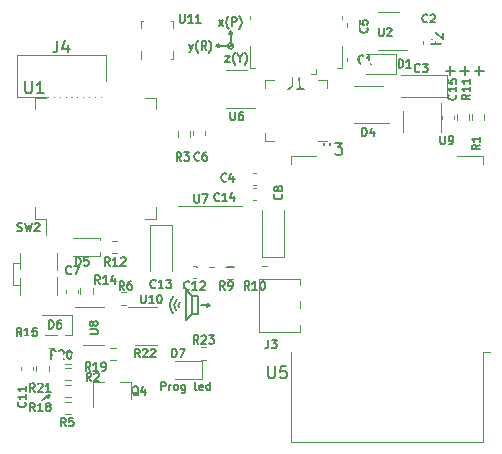
<source format=gto>
G04 #@! TF.GenerationSoftware,KiCad,Pcbnew,(5.1.7)-1*
G04 #@! TF.CreationDate,2020-10-26T16:21:14+03:00*
G04 #@! TF.ProjectId,body_temp,626f6479-5f74-4656-9d70-2e6b69636164,rev?*
G04 #@! TF.SameCoordinates,Original*
G04 #@! TF.FileFunction,Legend,Top*
G04 #@! TF.FilePolarity,Positive*
%FSLAX46Y46*%
G04 Gerber Fmt 4.6, Leading zero omitted, Abs format (unit mm)*
G04 Created by KiCad (PCBNEW (5.1.7)-1) date 2020-10-26 16:21:14*
%MOMM*%
%LPD*%
G01*
G04 APERTURE LIST*
%ADD10C,0.150000*%
%ADD11C,0.175000*%
%ADD12C,0.120000*%
%ADD13C,0.802000*%
%ADD14C,1.402000*%
%ADD15C,1.552000*%
%ADD16O,1.302000X2.002000*%
G04 APERTURE END LIST*
D10*
X34036000Y-40005000D02*
X34290000Y-39878000D01*
X34036000Y-39751000D02*
X34036000Y-40005000D01*
X34290000Y-39878000D02*
X34036000Y-39751000D01*
X33528000Y-39878000D02*
X34290000Y-39878000D01*
X31242000Y-40640000D02*
G75*
G02*
X31242000Y-39116000I762000J762000D01*
G01*
X31496000Y-40386000D02*
G75*
G02*
X31496000Y-39370000I508000J508000D01*
G01*
X31750000Y-40132000D02*
G75*
G02*
X31750000Y-39624000I254000J254000D01*
G01*
X32258000Y-38608000D02*
X32766000Y-39116000D01*
X32258000Y-41148000D02*
X32258000Y-38608000D01*
X32766000Y-40640000D02*
X32258000Y-41148000D01*
X32766000Y-40640000D02*
X33274000Y-40640000D01*
X32766000Y-39116000D02*
X32766000Y-40640000D01*
X33274000Y-39116000D02*
X32766000Y-39116000D01*
X33274000Y-40640000D02*
X33274000Y-39116000D01*
X20476473Y-47515015D02*
X20759941Y-47498000D01*
X20603470Y-47734986D02*
X20476473Y-47515015D01*
X20759941Y-47498000D02*
X20603470Y-47734986D01*
X20100030Y-47879000D02*
X20759941Y-47498000D01*
D11*
X30158000Y-47052666D02*
X30158000Y-46352666D01*
X30424666Y-46352666D01*
X30491333Y-46386000D01*
X30524666Y-46419333D01*
X30558000Y-46486000D01*
X30558000Y-46586000D01*
X30524666Y-46652666D01*
X30491333Y-46686000D01*
X30424666Y-46719333D01*
X30158000Y-46719333D01*
X30858000Y-47052666D02*
X30858000Y-46586000D01*
X30858000Y-46719333D02*
X30891333Y-46652666D01*
X30924666Y-46619333D01*
X30991333Y-46586000D01*
X31058000Y-46586000D01*
X31391333Y-47052666D02*
X31324666Y-47019333D01*
X31291333Y-46986000D01*
X31258000Y-46919333D01*
X31258000Y-46719333D01*
X31291333Y-46652666D01*
X31324666Y-46619333D01*
X31391333Y-46586000D01*
X31491333Y-46586000D01*
X31558000Y-46619333D01*
X31591333Y-46652666D01*
X31624666Y-46719333D01*
X31624666Y-46919333D01*
X31591333Y-46986000D01*
X31558000Y-47019333D01*
X31491333Y-47052666D01*
X31391333Y-47052666D01*
X32224666Y-46586000D02*
X32224666Y-47152666D01*
X32191333Y-47219333D01*
X32158000Y-47252666D01*
X32091333Y-47286000D01*
X31991333Y-47286000D01*
X31924666Y-47252666D01*
X32224666Y-47019333D02*
X32158000Y-47052666D01*
X32024666Y-47052666D01*
X31958000Y-47019333D01*
X31924666Y-46986000D01*
X31891333Y-46919333D01*
X31891333Y-46719333D01*
X31924666Y-46652666D01*
X31958000Y-46619333D01*
X32024666Y-46586000D01*
X32158000Y-46586000D01*
X32224666Y-46619333D01*
X33191333Y-47052666D02*
X33124666Y-47019333D01*
X33091333Y-46952666D01*
X33091333Y-46352666D01*
X33724666Y-47019333D02*
X33658000Y-47052666D01*
X33524666Y-47052666D01*
X33458000Y-47019333D01*
X33424666Y-46952666D01*
X33424666Y-46686000D01*
X33458000Y-46619333D01*
X33524666Y-46586000D01*
X33658000Y-46586000D01*
X33724666Y-46619333D01*
X33758000Y-46686000D01*
X33758000Y-46752666D01*
X33424666Y-46819333D01*
X34358000Y-47052666D02*
X34358000Y-46352666D01*
X34358000Y-47019333D02*
X34291333Y-47052666D01*
X34158000Y-47052666D01*
X34091333Y-47019333D01*
X34058000Y-46986000D01*
X34024666Y-46919333D01*
X34024666Y-46719333D01*
X34058000Y-46652666D01*
X34091333Y-46619333D01*
X34158000Y-46586000D01*
X34291333Y-46586000D01*
X34358000Y-46619333D01*
D10*
X54260952Y-20010428D02*
X55022857Y-20010428D01*
X54641904Y-20391380D02*
X54641904Y-19629476D01*
X55499047Y-20010428D02*
X56260952Y-20010428D01*
X55880000Y-20391380D02*
X55880000Y-19629476D01*
X56737142Y-20010428D02*
X57499047Y-20010428D01*
X57118095Y-20391380D02*
X57118095Y-19629476D01*
X35626000Y-18773000D02*
X35992666Y-18773000D01*
X35626000Y-19239666D01*
X35992666Y-19239666D01*
X36459333Y-19506333D02*
X36426000Y-19473000D01*
X36359333Y-19373000D01*
X36326000Y-19306333D01*
X36292666Y-19206333D01*
X36259333Y-19039666D01*
X36259333Y-18906333D01*
X36292666Y-18739666D01*
X36326000Y-18639666D01*
X36359333Y-18573000D01*
X36426000Y-18473000D01*
X36459333Y-18439666D01*
X36859333Y-18906333D02*
X36859333Y-19239666D01*
X36626000Y-18539666D02*
X36859333Y-18906333D01*
X37092666Y-18539666D01*
X37259333Y-19506333D02*
X37292666Y-19473000D01*
X37359333Y-19373000D01*
X37392666Y-19306333D01*
X37426000Y-19206333D01*
X37459333Y-19039666D01*
X37459333Y-18906333D01*
X37426000Y-18739666D01*
X37392666Y-18639666D01*
X37359333Y-18573000D01*
X37292666Y-18473000D01*
X37259333Y-18439666D01*
X36322000Y-17907000D02*
G75*
G03*
X36322000Y-17907000I-254000J0D01*
G01*
X32544666Y-17757000D02*
X32711333Y-18223666D01*
X32878000Y-17757000D02*
X32711333Y-18223666D01*
X32644666Y-18390333D01*
X32611333Y-18423666D01*
X32544666Y-18457000D01*
X33344666Y-18490333D02*
X33311333Y-18457000D01*
X33244666Y-18357000D01*
X33211333Y-18290333D01*
X33178000Y-18190333D01*
X33144666Y-18023666D01*
X33144666Y-17890333D01*
X33178000Y-17723666D01*
X33211333Y-17623666D01*
X33244666Y-17557000D01*
X33311333Y-17457000D01*
X33344666Y-17423666D01*
X34011333Y-18223666D02*
X33778000Y-17890333D01*
X33611333Y-18223666D02*
X33611333Y-17523666D01*
X33878000Y-17523666D01*
X33944666Y-17557000D01*
X33978000Y-17590333D01*
X34011333Y-17657000D01*
X34011333Y-17757000D01*
X33978000Y-17823666D01*
X33944666Y-17857000D01*
X33878000Y-17890333D01*
X33611333Y-17890333D01*
X34244666Y-18490333D02*
X34278000Y-18457000D01*
X34344666Y-18357000D01*
X34378000Y-18290333D01*
X34411333Y-18190333D01*
X34444666Y-18023666D01*
X34444666Y-17890333D01*
X34411333Y-17723666D01*
X34378000Y-17623666D01*
X34344666Y-17557000D01*
X34278000Y-17457000D01*
X34244666Y-17423666D01*
X35068000Y-16191666D02*
X35434666Y-15725000D01*
X35068000Y-15725000D02*
X35434666Y-16191666D01*
X35901333Y-16458333D02*
X35868000Y-16425000D01*
X35801333Y-16325000D01*
X35768000Y-16258333D01*
X35734666Y-16158333D01*
X35701333Y-15991666D01*
X35701333Y-15858333D01*
X35734666Y-15691666D01*
X35768000Y-15591666D01*
X35801333Y-15525000D01*
X35868000Y-15425000D01*
X35901333Y-15391666D01*
X36168000Y-16191666D02*
X36168000Y-15491666D01*
X36434666Y-15491666D01*
X36501333Y-15525000D01*
X36534666Y-15558333D01*
X36568000Y-15625000D01*
X36568000Y-15725000D01*
X36534666Y-15791666D01*
X36501333Y-15825000D01*
X36434666Y-15858333D01*
X36168000Y-15858333D01*
X36801333Y-16458333D02*
X36834666Y-16425000D01*
X36901333Y-16325000D01*
X36934666Y-16258333D01*
X36968000Y-16158333D01*
X37001333Y-15991666D01*
X37001333Y-15858333D01*
X36968000Y-15691666D01*
X36934666Y-15591666D01*
X36901333Y-15525000D01*
X36834666Y-15425000D01*
X36801333Y-15391666D01*
X35052000Y-18034000D02*
X34798000Y-17907000D01*
X34798000Y-17907000D02*
X35052000Y-17780000D01*
X36068000Y-17907000D02*
X34798000Y-17907000D01*
X35052000Y-17780000D02*
X35052000Y-18034000D01*
X35941000Y-16891000D02*
X36068000Y-16637000D01*
X36195000Y-16891000D02*
X35941000Y-16891000D01*
X36068000Y-16637000D02*
X36195000Y-16891000D01*
X36068000Y-17907000D02*
X36068000Y-16637000D01*
D12*
X28485000Y-18359000D02*
X28485000Y-19009000D01*
X31205000Y-15789000D02*
X31055000Y-15789000D01*
X31205000Y-16439000D02*
X31205000Y-15789000D01*
X31205000Y-19009000D02*
X31055000Y-19009000D01*
X31205000Y-18359000D02*
X31205000Y-19009000D01*
X28485000Y-15789000D02*
X28635000Y-15789000D01*
X28485000Y-16439000D02*
X28485000Y-15789000D01*
X18265000Y-38981000D02*
X18265000Y-35481000D01*
X21365000Y-35481000D02*
X21365000Y-38981000D01*
X17615000Y-36281000D02*
X18265000Y-36281000D01*
X17615000Y-38181000D02*
X17615000Y-36281000D01*
X18265000Y-38181000D02*
X17615000Y-38181000D01*
X25487000Y-18702500D02*
X25487000Y-22202500D01*
X17987000Y-18702500D02*
X25487000Y-18702500D01*
X17987000Y-22202500D02*
X17987000Y-18702500D01*
X25487000Y-22202500D02*
X17987000Y-22202500D01*
X45500000Y-19764000D02*
X45050000Y-19764000D01*
X45500000Y-17914000D02*
X45500000Y-19764000D01*
X37700000Y-15364000D02*
X37700000Y-15614000D01*
X45500000Y-15364000D02*
X45500000Y-15614000D01*
X37700000Y-17914000D02*
X37700000Y-19764000D01*
X37700000Y-19764000D02*
X38150000Y-19764000D01*
X43300000Y-20314000D02*
X42850000Y-20314000D01*
X43300000Y-20314000D02*
X43300000Y-19864000D01*
X53868000Y-25200000D02*
X53868000Y-22750000D01*
X50648000Y-23400000D02*
X50648000Y-25200000D01*
X57396000Y-51490000D02*
X41156000Y-51490000D01*
X41156000Y-51490000D02*
X41156000Y-43870000D01*
X41156000Y-27870000D02*
X41156000Y-27250000D01*
X41156000Y-27250000D02*
X43276000Y-27250000D01*
X55276000Y-27250000D02*
X57396000Y-27250000D01*
X57396000Y-27250000D02*
X57396000Y-27870000D01*
X57396000Y-43870000D02*
X57396000Y-51490000D01*
X57396000Y-43870000D02*
X58006000Y-43870000D01*
X41951000Y-37616000D02*
X41951000Y-42116000D01*
X41951000Y-42116000D02*
X38451000Y-42116000D01*
X38451000Y-42116000D02*
X38451000Y-37616000D01*
X38451000Y-37616000D02*
X41951000Y-37616000D01*
X29813000Y-39982500D02*
X27363000Y-39982500D01*
X28013000Y-43202500D02*
X29813000Y-43202500D01*
X25368000Y-39980000D02*
X22918000Y-39980000D01*
X23568000Y-43200000D02*
X25368000Y-43200000D01*
X33531742Y-44464500D02*
X34006258Y-44464500D01*
X33531742Y-43419500D02*
X34006258Y-43419500D01*
X25861742Y-44528000D02*
X26336258Y-44528000D01*
X25861742Y-43483000D02*
X26336258Y-43483000D01*
X20652000Y-45449758D02*
X20652000Y-44975242D01*
X19607000Y-45449758D02*
X19607000Y-44975242D01*
X20653742Y-43448500D02*
X21128258Y-43448500D01*
X20653742Y-42403500D02*
X21128258Y-42403500D01*
X19371500Y-42337258D02*
X19371500Y-41862742D01*
X18326500Y-42337258D02*
X18326500Y-41862742D01*
X24398500Y-38909258D02*
X24398500Y-38434742D01*
X23353500Y-38909258D02*
X23353500Y-38434742D01*
X27224258Y-38784000D02*
X26749742Y-38784000D01*
X27224258Y-39829000D02*
X26749742Y-39829000D01*
X33641500Y-44604000D02*
X31356500Y-44604000D01*
X33641500Y-46074000D02*
X33641500Y-44604000D01*
X31356500Y-46074000D02*
X33641500Y-46074000D01*
X22616000Y-42379000D02*
X20066000Y-42379000D01*
X22616000Y-40679000D02*
X20066000Y-40679000D01*
X22616000Y-42379000D02*
X22616000Y-40679000D01*
X35052000Y-31476000D02*
X31602000Y-31476000D01*
X35052000Y-31476000D02*
X37002000Y-31476000D01*
X35052000Y-36596000D02*
X33102000Y-36596000D01*
X35052000Y-36596000D02*
X37002000Y-36596000D01*
X35676000Y-23200000D02*
X38126000Y-23200000D01*
X37476000Y-19980000D02*
X35676000Y-19980000D01*
X48546000Y-18247000D02*
X50996000Y-18247000D01*
X50346000Y-15027000D02*
X48546000Y-15027000D01*
X57545500Y-24177258D02*
X57545500Y-23702742D01*
X56500500Y-24177258D02*
X56500500Y-23702742D01*
X50048000Y-20281000D02*
X47498000Y-20281000D01*
X50048000Y-18581000D02*
X47498000Y-18581000D01*
X50048000Y-20281000D02*
X50048000Y-18581000D01*
X54993000Y-24115580D02*
X54993000Y-23834420D01*
X53973000Y-24115580D02*
X53973000Y-23834420D01*
X37972420Y-30990000D02*
X38253580Y-30990000D01*
X37972420Y-29970000D02*
X38253580Y-29970000D01*
X29227500Y-33043000D02*
X29227500Y-36953000D01*
X31097500Y-33043000D02*
X29227500Y-33043000D01*
X31097500Y-36953000D02*
X31097500Y-33043000D01*
X33147580Y-36574000D02*
X32866420Y-36574000D01*
X33147580Y-37594000D02*
X32866420Y-37594000D01*
X18349500Y-45058420D02*
X18349500Y-45339580D01*
X19369500Y-45058420D02*
X19369500Y-45339580D01*
X22096000Y-38581420D02*
X22096000Y-38862580D01*
X23116000Y-38581420D02*
X23116000Y-38862580D01*
X33911000Y-25441080D02*
X33911000Y-25159920D01*
X32891000Y-25441080D02*
X32891000Y-25159920D01*
X45908500Y-16001420D02*
X45908500Y-16282580D01*
X46928500Y-16001420D02*
X46928500Y-16282580D01*
X52322000Y-17499420D02*
X52322000Y-17780580D01*
X53342000Y-17499420D02*
X53342000Y-17780580D01*
X22526258Y-43800500D02*
X22051742Y-43800500D01*
X22526258Y-44845500D02*
X22051742Y-44845500D01*
X22050742Y-47639500D02*
X22525258Y-47639500D01*
X22050742Y-46594500D02*
X22525258Y-46594500D01*
X27615000Y-46341000D02*
X27615000Y-47801000D01*
X24455000Y-46341000D02*
X24455000Y-48501000D01*
X24455000Y-46341000D02*
X25385000Y-46341000D01*
X27615000Y-46341000D02*
X26685000Y-46341000D01*
X39162258Y-36561500D02*
X38687742Y-36561500D01*
X39162258Y-37606500D02*
X38687742Y-37606500D01*
X54427000Y-20401000D02*
X50517000Y-20401000D01*
X54427000Y-22271000D02*
X54427000Y-20401000D01*
X50517000Y-22271000D02*
X54427000Y-22271000D01*
X43485000Y-25978000D02*
X44210000Y-25978000D01*
X38990000Y-20758000D02*
X38990000Y-21483000D01*
X39715000Y-20758000D02*
X38990000Y-20758000D01*
X44210000Y-20758000D02*
X44210000Y-21483000D01*
X43485000Y-20758000D02*
X44210000Y-20758000D01*
X38990000Y-25978000D02*
X38990000Y-25253000D01*
X39715000Y-25978000D02*
X38990000Y-25978000D01*
X20478000Y-32542000D02*
X20478000Y-33882000D01*
X19528000Y-32542000D02*
X20478000Y-32542000D01*
X19528000Y-31592000D02*
X19528000Y-32542000D01*
X19528000Y-22322000D02*
X20478000Y-22322000D01*
X19528000Y-23272000D02*
X19528000Y-22322000D01*
X29748000Y-32542000D02*
X28798000Y-32542000D01*
X29748000Y-31592000D02*
X29748000Y-32542000D01*
X29748000Y-22322000D02*
X28798000Y-22322000D01*
X29748000Y-23272000D02*
X29748000Y-22322000D01*
X25987742Y-35447500D02*
X26462258Y-35447500D01*
X25987742Y-34402500D02*
X26462258Y-34402500D01*
X56275500Y-24177258D02*
X56275500Y-23702742D01*
X55230500Y-24177258D02*
X55230500Y-23702742D01*
X35767742Y-37606500D02*
X36242258Y-37606500D01*
X35767742Y-36561500D02*
X36242258Y-36561500D01*
X22525258Y-48044500D02*
X22050742Y-48044500D01*
X22525258Y-49089500D02*
X22050742Y-49089500D01*
X31608500Y-25113242D02*
X31608500Y-25587758D01*
X32653500Y-25113242D02*
X32653500Y-25587758D01*
X22526258Y-45144500D02*
X22051742Y-45144500D01*
X22526258Y-46189500D02*
X22051742Y-46189500D01*
X24977500Y-34190000D02*
X22692500Y-34190000D01*
X24977500Y-35660000D02*
X24977500Y-34190000D01*
X22692500Y-35660000D02*
X24977500Y-35660000D01*
X46531500Y-24412500D02*
X49481500Y-24412500D01*
X48931500Y-21312500D02*
X46531500Y-21312500D01*
X40559000Y-35758000D02*
X40559000Y-31848000D01*
X38689000Y-35758000D02*
X40559000Y-35758000D01*
X38689000Y-31848000D02*
X38689000Y-35758000D01*
X37933920Y-29656500D02*
X38215080Y-29656500D01*
X37933920Y-28636500D02*
X38215080Y-28636500D01*
X46928500Y-19177580D02*
X46928500Y-18896420D01*
X45908500Y-19177580D02*
X45908500Y-18896420D01*
D10*
X53038380Y-17732333D02*
X53752666Y-17732333D01*
X53895523Y-17779952D01*
X53990761Y-17875190D01*
X54038380Y-18018047D01*
X54038380Y-18113285D01*
X53133619Y-17303761D02*
X53086000Y-17256142D01*
X53038380Y-17160904D01*
X53038380Y-16922809D01*
X53086000Y-16827571D01*
X53133619Y-16779952D01*
X53228857Y-16732333D01*
X53324095Y-16732333D01*
X53466952Y-16779952D01*
X54038380Y-17351380D01*
X54038380Y-16732333D01*
X31772333Y-15237666D02*
X31772333Y-15804333D01*
X31805666Y-15871000D01*
X31839000Y-15904333D01*
X31905666Y-15937666D01*
X32039000Y-15937666D01*
X32105666Y-15904333D01*
X32139000Y-15871000D01*
X32172333Y-15804333D01*
X32172333Y-15237666D01*
X32872333Y-15937666D02*
X32472333Y-15937666D01*
X32672333Y-15937666D02*
X32672333Y-15237666D01*
X32605666Y-15337666D01*
X32539000Y-15404333D01*
X32472333Y-15437666D01*
X33539000Y-15937666D02*
X33139000Y-15937666D01*
X33339000Y-15937666D02*
X33339000Y-15237666D01*
X33272333Y-15337666D01*
X33205666Y-15404333D01*
X33139000Y-15437666D01*
X18022666Y-33557333D02*
X18122666Y-33590666D01*
X18289333Y-33590666D01*
X18356000Y-33557333D01*
X18389333Y-33524000D01*
X18422666Y-33457333D01*
X18422666Y-33390666D01*
X18389333Y-33324000D01*
X18356000Y-33290666D01*
X18289333Y-33257333D01*
X18156000Y-33224000D01*
X18089333Y-33190666D01*
X18056000Y-33157333D01*
X18022666Y-33090666D01*
X18022666Y-33024000D01*
X18056000Y-32957333D01*
X18089333Y-32924000D01*
X18156000Y-32890666D01*
X18322666Y-32890666D01*
X18422666Y-32924000D01*
X18656000Y-32890666D02*
X18822666Y-33590666D01*
X18956000Y-33090666D01*
X19089333Y-33590666D01*
X19256000Y-32890666D01*
X19489333Y-32957333D02*
X19522666Y-32924000D01*
X19589333Y-32890666D01*
X19756000Y-32890666D01*
X19822666Y-32924000D01*
X19856000Y-32957333D01*
X19889333Y-33024000D01*
X19889333Y-33090666D01*
X19856000Y-33190666D01*
X19456000Y-33590666D01*
X19889333Y-33590666D01*
X21383666Y-17470880D02*
X21383666Y-18185166D01*
X21336047Y-18328023D01*
X21240809Y-18423261D01*
X21097952Y-18470880D01*
X21002714Y-18470880D01*
X22288428Y-17804214D02*
X22288428Y-18470880D01*
X22050333Y-17423261D02*
X21812238Y-18137547D01*
X22431285Y-18137547D01*
X41266666Y-20566380D02*
X41266666Y-21280666D01*
X41219047Y-21423523D01*
X41123809Y-21518761D01*
X40980952Y-21566380D01*
X40885714Y-21566380D01*
X42266666Y-21566380D02*
X41695238Y-21566380D01*
X41980952Y-21566380D02*
X41980952Y-20566380D01*
X41885714Y-20709238D01*
X41790476Y-20804476D01*
X41695238Y-20852095D01*
X53822666Y-25524666D02*
X53822666Y-26091333D01*
X53856000Y-26158000D01*
X53889333Y-26191333D01*
X53956000Y-26224666D01*
X54089333Y-26224666D01*
X54156000Y-26191333D01*
X54189333Y-26158000D01*
X54222666Y-26091333D01*
X54222666Y-25524666D01*
X54589333Y-26224666D02*
X54722666Y-26224666D01*
X54789333Y-26191333D01*
X54822666Y-26158000D01*
X54889333Y-26058000D01*
X54922666Y-25924666D01*
X54922666Y-25658000D01*
X54889333Y-25591333D01*
X54856000Y-25558000D01*
X54789333Y-25524666D01*
X54656000Y-25524666D01*
X54589333Y-25558000D01*
X54556000Y-25591333D01*
X54522666Y-25658000D01*
X54522666Y-25824666D01*
X54556000Y-25891333D01*
X54589333Y-25924666D01*
X54656000Y-25958000D01*
X54789333Y-25958000D01*
X54856000Y-25924666D01*
X54889333Y-25891333D01*
X54922666Y-25824666D01*
X39243095Y-45045380D02*
X39243095Y-45854904D01*
X39290714Y-45950142D01*
X39338333Y-45997761D01*
X39433571Y-46045380D01*
X39624047Y-46045380D01*
X39719285Y-45997761D01*
X39766904Y-45950142D01*
X39814523Y-45854904D01*
X39814523Y-45045380D01*
X40766904Y-45045380D02*
X40290714Y-45045380D01*
X40243095Y-45521571D01*
X40290714Y-45473952D01*
X40385952Y-45426333D01*
X40624047Y-45426333D01*
X40719285Y-45473952D01*
X40766904Y-45521571D01*
X40814523Y-45616809D01*
X40814523Y-45854904D01*
X40766904Y-45950142D01*
X40719285Y-45997761D01*
X40624047Y-46045380D01*
X40385952Y-46045380D01*
X40290714Y-45997761D01*
X40243095Y-45950142D01*
X39263666Y-42796666D02*
X39263666Y-43296666D01*
X39230333Y-43396666D01*
X39163666Y-43463333D01*
X39063666Y-43496666D01*
X38997000Y-43496666D01*
X39530333Y-42796666D02*
X39963666Y-42796666D01*
X39730333Y-43063333D01*
X39830333Y-43063333D01*
X39897000Y-43096666D01*
X39930333Y-43130000D01*
X39963666Y-43196666D01*
X39963666Y-43363333D01*
X39930333Y-43430000D01*
X39897000Y-43463333D01*
X39830333Y-43496666D01*
X39630333Y-43496666D01*
X39563666Y-43463333D01*
X39530333Y-43430000D01*
X28470333Y-38986666D02*
X28470333Y-39553333D01*
X28503666Y-39620000D01*
X28537000Y-39653333D01*
X28603666Y-39686666D01*
X28737000Y-39686666D01*
X28803666Y-39653333D01*
X28837000Y-39620000D01*
X28870333Y-39553333D01*
X28870333Y-38986666D01*
X29570333Y-39686666D02*
X29170333Y-39686666D01*
X29370333Y-39686666D02*
X29370333Y-38986666D01*
X29303666Y-39086666D01*
X29237000Y-39153333D01*
X29170333Y-39186666D01*
X30003666Y-38986666D02*
X30070333Y-38986666D01*
X30137000Y-39020000D01*
X30170333Y-39053333D01*
X30203666Y-39120000D01*
X30237000Y-39253333D01*
X30237000Y-39420000D01*
X30203666Y-39553333D01*
X30170333Y-39620000D01*
X30137000Y-39653333D01*
X30070333Y-39686666D01*
X30003666Y-39686666D01*
X29937000Y-39653333D01*
X29903666Y-39620000D01*
X29870333Y-39553333D01*
X29837000Y-39420000D01*
X29837000Y-39253333D01*
X29870333Y-39120000D01*
X29903666Y-39053333D01*
X29937000Y-39020000D01*
X30003666Y-38986666D01*
X24127666Y-42316333D02*
X24694333Y-42316333D01*
X24761000Y-42283000D01*
X24794333Y-42249666D01*
X24827666Y-42183000D01*
X24827666Y-42049666D01*
X24794333Y-41983000D01*
X24761000Y-41949666D01*
X24694333Y-41916333D01*
X24127666Y-41916333D01*
X24427666Y-41483000D02*
X24394333Y-41549666D01*
X24361000Y-41583000D01*
X24294333Y-41616333D01*
X24261000Y-41616333D01*
X24194333Y-41583000D01*
X24161000Y-41549666D01*
X24127666Y-41483000D01*
X24127666Y-41349666D01*
X24161000Y-41283000D01*
X24194333Y-41249666D01*
X24261000Y-41216333D01*
X24294333Y-41216333D01*
X24361000Y-41249666D01*
X24394333Y-41283000D01*
X24427666Y-41349666D01*
X24427666Y-41483000D01*
X24461000Y-41549666D01*
X24494333Y-41583000D01*
X24561000Y-41616333D01*
X24694333Y-41616333D01*
X24761000Y-41583000D01*
X24794333Y-41549666D01*
X24827666Y-41483000D01*
X24827666Y-41349666D01*
X24794333Y-41283000D01*
X24761000Y-41249666D01*
X24694333Y-41216333D01*
X24561000Y-41216333D01*
X24494333Y-41249666D01*
X24461000Y-41283000D01*
X24427666Y-41349666D01*
X33332000Y-43115666D02*
X33098666Y-42782333D01*
X32932000Y-43115666D02*
X32932000Y-42415666D01*
X33198666Y-42415666D01*
X33265333Y-42449000D01*
X33298666Y-42482333D01*
X33332000Y-42549000D01*
X33332000Y-42649000D01*
X33298666Y-42715666D01*
X33265333Y-42749000D01*
X33198666Y-42782333D01*
X32932000Y-42782333D01*
X33598666Y-42482333D02*
X33632000Y-42449000D01*
X33698666Y-42415666D01*
X33865333Y-42415666D01*
X33932000Y-42449000D01*
X33965333Y-42482333D01*
X33998666Y-42549000D01*
X33998666Y-42615666D01*
X33965333Y-42715666D01*
X33565333Y-43115666D01*
X33998666Y-43115666D01*
X34232000Y-42415666D02*
X34665333Y-42415666D01*
X34432000Y-42682333D01*
X34532000Y-42682333D01*
X34598666Y-42715666D01*
X34632000Y-42749000D01*
X34665333Y-42815666D01*
X34665333Y-42982333D01*
X34632000Y-43049000D01*
X34598666Y-43082333D01*
X34532000Y-43115666D01*
X34332000Y-43115666D01*
X34265333Y-43082333D01*
X34232000Y-43049000D01*
X28379000Y-44258666D02*
X28145666Y-43925333D01*
X27979000Y-44258666D02*
X27979000Y-43558666D01*
X28245666Y-43558666D01*
X28312333Y-43592000D01*
X28345666Y-43625333D01*
X28379000Y-43692000D01*
X28379000Y-43792000D01*
X28345666Y-43858666D01*
X28312333Y-43892000D01*
X28245666Y-43925333D01*
X27979000Y-43925333D01*
X28645666Y-43625333D02*
X28679000Y-43592000D01*
X28745666Y-43558666D01*
X28912333Y-43558666D01*
X28979000Y-43592000D01*
X29012333Y-43625333D01*
X29045666Y-43692000D01*
X29045666Y-43758666D01*
X29012333Y-43858666D01*
X28612333Y-44258666D01*
X29045666Y-44258666D01*
X29312333Y-43625333D02*
X29345666Y-43592000D01*
X29412333Y-43558666D01*
X29579000Y-43558666D01*
X29645666Y-43592000D01*
X29679000Y-43625333D01*
X29712333Y-43692000D01*
X29712333Y-43758666D01*
X29679000Y-43858666D01*
X29279000Y-44258666D01*
X29712333Y-44258666D01*
X19489000Y-47179666D02*
X19255666Y-46846333D01*
X19089000Y-47179666D02*
X19089000Y-46479666D01*
X19355666Y-46479666D01*
X19422333Y-46513000D01*
X19455666Y-46546333D01*
X19489000Y-46613000D01*
X19489000Y-46713000D01*
X19455666Y-46779666D01*
X19422333Y-46813000D01*
X19355666Y-46846333D01*
X19089000Y-46846333D01*
X19755666Y-46546333D02*
X19789000Y-46513000D01*
X19855666Y-46479666D01*
X20022333Y-46479666D01*
X20089000Y-46513000D01*
X20122333Y-46546333D01*
X20155666Y-46613000D01*
X20155666Y-46679666D01*
X20122333Y-46779666D01*
X19722333Y-47179666D01*
X20155666Y-47179666D01*
X20822333Y-47179666D02*
X20422333Y-47179666D01*
X20622333Y-47179666D02*
X20622333Y-46479666D01*
X20555666Y-46579666D01*
X20489000Y-46646333D01*
X20422333Y-46679666D01*
X21267000Y-44385666D02*
X21033666Y-44052333D01*
X20867000Y-44385666D02*
X20867000Y-43685666D01*
X21133666Y-43685666D01*
X21200333Y-43719000D01*
X21233666Y-43752333D01*
X21267000Y-43819000D01*
X21267000Y-43919000D01*
X21233666Y-43985666D01*
X21200333Y-44019000D01*
X21133666Y-44052333D01*
X20867000Y-44052333D01*
X21533666Y-43752333D02*
X21567000Y-43719000D01*
X21633666Y-43685666D01*
X21800333Y-43685666D01*
X21867000Y-43719000D01*
X21900333Y-43752333D01*
X21933666Y-43819000D01*
X21933666Y-43885666D01*
X21900333Y-43985666D01*
X21500333Y-44385666D01*
X21933666Y-44385666D01*
X22367000Y-43685666D02*
X22433666Y-43685666D01*
X22500333Y-43719000D01*
X22533666Y-43752333D01*
X22567000Y-43819000D01*
X22600333Y-43952333D01*
X22600333Y-44119000D01*
X22567000Y-44252333D01*
X22533666Y-44319000D01*
X22500333Y-44352333D01*
X22433666Y-44385666D01*
X22367000Y-44385666D01*
X22300333Y-44352333D01*
X22267000Y-44319000D01*
X22233666Y-44252333D01*
X22200333Y-44119000D01*
X22200333Y-43952333D01*
X22233666Y-43819000D01*
X22267000Y-43752333D01*
X22300333Y-43719000D01*
X22367000Y-43685666D01*
X18346000Y-42480666D02*
X18112666Y-42147333D01*
X17946000Y-42480666D02*
X17946000Y-41780666D01*
X18212666Y-41780666D01*
X18279333Y-41814000D01*
X18312666Y-41847333D01*
X18346000Y-41914000D01*
X18346000Y-42014000D01*
X18312666Y-42080666D01*
X18279333Y-42114000D01*
X18212666Y-42147333D01*
X17946000Y-42147333D01*
X19012666Y-42480666D02*
X18612666Y-42480666D01*
X18812666Y-42480666D02*
X18812666Y-41780666D01*
X18746000Y-41880666D01*
X18679333Y-41947333D01*
X18612666Y-41980666D01*
X19646000Y-41780666D02*
X19312666Y-41780666D01*
X19279333Y-42114000D01*
X19312666Y-42080666D01*
X19379333Y-42047333D01*
X19546000Y-42047333D01*
X19612666Y-42080666D01*
X19646000Y-42114000D01*
X19679333Y-42180666D01*
X19679333Y-42347333D01*
X19646000Y-42414000D01*
X19612666Y-42447333D01*
X19546000Y-42480666D01*
X19379333Y-42480666D01*
X19312666Y-42447333D01*
X19279333Y-42414000D01*
X25013500Y-38035666D02*
X24780166Y-37702333D01*
X24613500Y-38035666D02*
X24613500Y-37335666D01*
X24880166Y-37335666D01*
X24946833Y-37369000D01*
X24980166Y-37402333D01*
X25013500Y-37469000D01*
X25013500Y-37569000D01*
X24980166Y-37635666D01*
X24946833Y-37669000D01*
X24880166Y-37702333D01*
X24613500Y-37702333D01*
X25680166Y-38035666D02*
X25280166Y-38035666D01*
X25480166Y-38035666D02*
X25480166Y-37335666D01*
X25413500Y-37435666D01*
X25346833Y-37502333D01*
X25280166Y-37535666D01*
X26280166Y-37569000D02*
X26280166Y-38035666D01*
X26113500Y-37302333D02*
X25946833Y-37802333D01*
X26380166Y-37802333D01*
X27061333Y-38543666D02*
X26828000Y-38210333D01*
X26661333Y-38543666D02*
X26661333Y-37843666D01*
X26928000Y-37843666D01*
X26994666Y-37877000D01*
X27028000Y-37910333D01*
X27061333Y-37977000D01*
X27061333Y-38077000D01*
X27028000Y-38143666D01*
X26994666Y-38177000D01*
X26928000Y-38210333D01*
X26661333Y-38210333D01*
X27661333Y-37843666D02*
X27528000Y-37843666D01*
X27461333Y-37877000D01*
X27428000Y-37910333D01*
X27361333Y-38010333D01*
X27328000Y-38143666D01*
X27328000Y-38410333D01*
X27361333Y-38477000D01*
X27394666Y-38510333D01*
X27461333Y-38543666D01*
X27594666Y-38543666D01*
X27661333Y-38510333D01*
X27694666Y-38477000D01*
X27728000Y-38410333D01*
X27728000Y-38243666D01*
X27694666Y-38177000D01*
X27661333Y-38143666D01*
X27594666Y-38110333D01*
X27461333Y-38110333D01*
X27394666Y-38143666D01*
X27361333Y-38177000D01*
X27328000Y-38243666D01*
X31106333Y-44258666D02*
X31106333Y-43558666D01*
X31273000Y-43558666D01*
X31373000Y-43592000D01*
X31439666Y-43658666D01*
X31473000Y-43725333D01*
X31506333Y-43858666D01*
X31506333Y-43958666D01*
X31473000Y-44092000D01*
X31439666Y-44158666D01*
X31373000Y-44225333D01*
X31273000Y-44258666D01*
X31106333Y-44258666D01*
X31739666Y-43558666D02*
X32206333Y-43558666D01*
X31906333Y-44258666D01*
X20692333Y-41845666D02*
X20692333Y-41145666D01*
X20859000Y-41145666D01*
X20959000Y-41179000D01*
X21025666Y-41245666D01*
X21059000Y-41312333D01*
X21092333Y-41445666D01*
X21092333Y-41545666D01*
X21059000Y-41679000D01*
X21025666Y-41745666D01*
X20959000Y-41812333D01*
X20859000Y-41845666D01*
X20692333Y-41845666D01*
X21692333Y-41145666D02*
X21559000Y-41145666D01*
X21492333Y-41179000D01*
X21459000Y-41212333D01*
X21392333Y-41312333D01*
X21359000Y-41445666D01*
X21359000Y-41712333D01*
X21392333Y-41779000D01*
X21425666Y-41812333D01*
X21492333Y-41845666D01*
X21625666Y-41845666D01*
X21692333Y-41812333D01*
X21725666Y-41779000D01*
X21759000Y-41712333D01*
X21759000Y-41545666D01*
X21725666Y-41479000D01*
X21692333Y-41445666D01*
X21625666Y-41412333D01*
X21492333Y-41412333D01*
X21425666Y-41445666D01*
X21392333Y-41479000D01*
X21359000Y-41545666D01*
X32994666Y-30477666D02*
X32994666Y-31044333D01*
X33028000Y-31111000D01*
X33061333Y-31144333D01*
X33128000Y-31177666D01*
X33261333Y-31177666D01*
X33328000Y-31144333D01*
X33361333Y-31111000D01*
X33394666Y-31044333D01*
X33394666Y-30477666D01*
X33661333Y-30477666D02*
X34128000Y-30477666D01*
X33828000Y-31177666D01*
X36042666Y-23492666D02*
X36042666Y-24059333D01*
X36076000Y-24126000D01*
X36109333Y-24159333D01*
X36176000Y-24192666D01*
X36309333Y-24192666D01*
X36376000Y-24159333D01*
X36409333Y-24126000D01*
X36442666Y-24059333D01*
X36442666Y-23492666D01*
X37076000Y-23492666D02*
X36942666Y-23492666D01*
X36876000Y-23526000D01*
X36842666Y-23559333D01*
X36776000Y-23659333D01*
X36742666Y-23792666D01*
X36742666Y-24059333D01*
X36776000Y-24126000D01*
X36809333Y-24159333D01*
X36876000Y-24192666D01*
X37009333Y-24192666D01*
X37076000Y-24159333D01*
X37109333Y-24126000D01*
X37142666Y-24059333D01*
X37142666Y-23892666D01*
X37109333Y-23826000D01*
X37076000Y-23792666D01*
X37009333Y-23759333D01*
X36876000Y-23759333D01*
X36809333Y-23792666D01*
X36776000Y-23826000D01*
X36742666Y-23892666D01*
X48615666Y-16380666D02*
X48615666Y-16947333D01*
X48649000Y-17014000D01*
X48682333Y-17047333D01*
X48749000Y-17080666D01*
X48882333Y-17080666D01*
X48949000Y-17047333D01*
X48982333Y-17014000D01*
X49015666Y-16947333D01*
X49015666Y-16380666D01*
X49315666Y-16447333D02*
X49349000Y-16414000D01*
X49415666Y-16380666D01*
X49582333Y-16380666D01*
X49649000Y-16414000D01*
X49682333Y-16447333D01*
X49715666Y-16514000D01*
X49715666Y-16580666D01*
X49682333Y-16680666D01*
X49282333Y-17080666D01*
X49715666Y-17080666D01*
X57212666Y-26279666D02*
X56879333Y-26513000D01*
X57212666Y-26679666D02*
X56512666Y-26679666D01*
X56512666Y-26413000D01*
X56546000Y-26346333D01*
X56579333Y-26313000D01*
X56646000Y-26279666D01*
X56746000Y-26279666D01*
X56812666Y-26313000D01*
X56846000Y-26346333D01*
X56879333Y-26413000D01*
X56879333Y-26679666D01*
X57212666Y-25613000D02*
X57212666Y-26013000D01*
X57212666Y-25813000D02*
X56512666Y-25813000D01*
X56612666Y-25879666D01*
X56679333Y-25946333D01*
X56712666Y-26013000D01*
X50283333Y-19747666D02*
X50283333Y-19047666D01*
X50450000Y-19047666D01*
X50550000Y-19081000D01*
X50616666Y-19147666D01*
X50650000Y-19214333D01*
X50683333Y-19347666D01*
X50683333Y-19447666D01*
X50650000Y-19581000D01*
X50616666Y-19647666D01*
X50550000Y-19714333D01*
X50450000Y-19747666D01*
X50283333Y-19747666D01*
X51350000Y-19747666D02*
X50950000Y-19747666D01*
X51150000Y-19747666D02*
X51150000Y-19047666D01*
X51083333Y-19147666D01*
X51016666Y-19214333D01*
X50950000Y-19247666D01*
X55114000Y-22040000D02*
X55147333Y-22073333D01*
X55180666Y-22173333D01*
X55180666Y-22240000D01*
X55147333Y-22340000D01*
X55080666Y-22406666D01*
X55014000Y-22440000D01*
X54880666Y-22473333D01*
X54780666Y-22473333D01*
X54647333Y-22440000D01*
X54580666Y-22406666D01*
X54514000Y-22340000D01*
X54480666Y-22240000D01*
X54480666Y-22173333D01*
X54514000Y-22073333D01*
X54547333Y-22040000D01*
X55180666Y-21373333D02*
X55180666Y-21773333D01*
X55180666Y-21573333D02*
X54480666Y-21573333D01*
X54580666Y-21640000D01*
X54647333Y-21706666D01*
X54680666Y-21773333D01*
X54480666Y-20740000D02*
X54480666Y-21073333D01*
X54814000Y-21106666D01*
X54780666Y-21073333D01*
X54747333Y-21006666D01*
X54747333Y-20840000D01*
X54780666Y-20773333D01*
X54814000Y-20740000D01*
X54880666Y-20706666D01*
X55047333Y-20706666D01*
X55114000Y-20740000D01*
X55147333Y-20773333D01*
X55180666Y-20840000D01*
X55180666Y-21006666D01*
X55147333Y-21073333D01*
X55114000Y-21106666D01*
X35110000Y-30984000D02*
X35076666Y-31017333D01*
X34976666Y-31050666D01*
X34910000Y-31050666D01*
X34810000Y-31017333D01*
X34743333Y-30950666D01*
X34710000Y-30884000D01*
X34676666Y-30750666D01*
X34676666Y-30650666D01*
X34710000Y-30517333D01*
X34743333Y-30450666D01*
X34810000Y-30384000D01*
X34910000Y-30350666D01*
X34976666Y-30350666D01*
X35076666Y-30384000D01*
X35110000Y-30417333D01*
X35776666Y-31050666D02*
X35376666Y-31050666D01*
X35576666Y-31050666D02*
X35576666Y-30350666D01*
X35510000Y-30450666D01*
X35443333Y-30517333D01*
X35376666Y-30550666D01*
X36376666Y-30584000D02*
X36376666Y-31050666D01*
X36210000Y-30317333D02*
X36043333Y-30817333D01*
X36476666Y-30817333D01*
X29712500Y-38350000D02*
X29679166Y-38383333D01*
X29579166Y-38416666D01*
X29512500Y-38416666D01*
X29412500Y-38383333D01*
X29345833Y-38316666D01*
X29312500Y-38250000D01*
X29279166Y-38116666D01*
X29279166Y-38016666D01*
X29312500Y-37883333D01*
X29345833Y-37816666D01*
X29412500Y-37750000D01*
X29512500Y-37716666D01*
X29579166Y-37716666D01*
X29679166Y-37750000D01*
X29712500Y-37783333D01*
X30379166Y-38416666D02*
X29979166Y-38416666D01*
X30179166Y-38416666D02*
X30179166Y-37716666D01*
X30112500Y-37816666D01*
X30045833Y-37883333D01*
X29979166Y-37916666D01*
X30612500Y-37716666D02*
X31045833Y-37716666D01*
X30812500Y-37983333D01*
X30912500Y-37983333D01*
X30979166Y-38016666D01*
X31012500Y-38050000D01*
X31045833Y-38116666D01*
X31045833Y-38283333D01*
X31012500Y-38350000D01*
X30979166Y-38383333D01*
X30912500Y-38416666D01*
X30712500Y-38416666D01*
X30645833Y-38383333D01*
X30612500Y-38350000D01*
X32557000Y-38477000D02*
X32523666Y-38510333D01*
X32423666Y-38543666D01*
X32357000Y-38543666D01*
X32257000Y-38510333D01*
X32190333Y-38443666D01*
X32157000Y-38377000D01*
X32123666Y-38243666D01*
X32123666Y-38143666D01*
X32157000Y-38010333D01*
X32190333Y-37943666D01*
X32257000Y-37877000D01*
X32357000Y-37843666D01*
X32423666Y-37843666D01*
X32523666Y-37877000D01*
X32557000Y-37910333D01*
X33223666Y-38543666D02*
X32823666Y-38543666D01*
X33023666Y-38543666D02*
X33023666Y-37843666D01*
X32957000Y-37943666D01*
X32890333Y-38010333D01*
X32823666Y-38043666D01*
X33490333Y-37910333D02*
X33523666Y-37877000D01*
X33590333Y-37843666D01*
X33757000Y-37843666D01*
X33823666Y-37877000D01*
X33857000Y-37910333D01*
X33890333Y-37977000D01*
X33890333Y-38043666D01*
X33857000Y-38143666D01*
X33457000Y-38543666D01*
X33890333Y-38543666D01*
X18665000Y-48075000D02*
X18698333Y-48108333D01*
X18731666Y-48208333D01*
X18731666Y-48275000D01*
X18698333Y-48375000D01*
X18631666Y-48441666D01*
X18565000Y-48475000D01*
X18431666Y-48508333D01*
X18331666Y-48508333D01*
X18198333Y-48475000D01*
X18131666Y-48441666D01*
X18065000Y-48375000D01*
X18031666Y-48275000D01*
X18031666Y-48208333D01*
X18065000Y-48108333D01*
X18098333Y-48075000D01*
X18731666Y-47408333D02*
X18731666Y-47808333D01*
X18731666Y-47608333D02*
X18031666Y-47608333D01*
X18131666Y-47675000D01*
X18198333Y-47741666D01*
X18231666Y-47808333D01*
X18731666Y-46741666D02*
X18731666Y-47141666D01*
X18731666Y-46941666D02*
X18031666Y-46941666D01*
X18131666Y-47008333D01*
X18198333Y-47075000D01*
X18231666Y-47141666D01*
X22548333Y-37181000D02*
X22515000Y-37214333D01*
X22415000Y-37247666D01*
X22348333Y-37247666D01*
X22248333Y-37214333D01*
X22181666Y-37147666D01*
X22148333Y-37081000D01*
X22115000Y-36947666D01*
X22115000Y-36847666D01*
X22148333Y-36714333D01*
X22181666Y-36647666D01*
X22248333Y-36581000D01*
X22348333Y-36547666D01*
X22415000Y-36547666D01*
X22515000Y-36581000D01*
X22548333Y-36614333D01*
X22781666Y-36547666D02*
X23248333Y-36547666D01*
X22948333Y-37247666D01*
X33411333Y-27555000D02*
X33378000Y-27588333D01*
X33278000Y-27621666D01*
X33211333Y-27621666D01*
X33111333Y-27588333D01*
X33044666Y-27521666D01*
X33011333Y-27455000D01*
X32978000Y-27321666D01*
X32978000Y-27221666D01*
X33011333Y-27088333D01*
X33044666Y-27021666D01*
X33111333Y-26955000D01*
X33211333Y-26921666D01*
X33278000Y-26921666D01*
X33378000Y-26955000D01*
X33411333Y-26988333D01*
X34011333Y-26921666D02*
X33878000Y-26921666D01*
X33811333Y-26955000D01*
X33778000Y-26988333D01*
X33711333Y-27088333D01*
X33678000Y-27221666D01*
X33678000Y-27488333D01*
X33711333Y-27555000D01*
X33744666Y-27588333D01*
X33811333Y-27621666D01*
X33944666Y-27621666D01*
X34011333Y-27588333D01*
X34044666Y-27555000D01*
X34078000Y-27488333D01*
X34078000Y-27321666D01*
X34044666Y-27255000D01*
X34011333Y-27221666D01*
X33944666Y-27188333D01*
X33811333Y-27188333D01*
X33744666Y-27221666D01*
X33711333Y-27255000D01*
X33678000Y-27321666D01*
X47621000Y-16372666D02*
X47654333Y-16406000D01*
X47687666Y-16506000D01*
X47687666Y-16572666D01*
X47654333Y-16672666D01*
X47587666Y-16739333D01*
X47521000Y-16772666D01*
X47387666Y-16806000D01*
X47287666Y-16806000D01*
X47154333Y-16772666D01*
X47087666Y-16739333D01*
X47021000Y-16672666D01*
X46987666Y-16572666D01*
X46987666Y-16506000D01*
X47021000Y-16406000D01*
X47054333Y-16372666D01*
X46987666Y-15739333D02*
X46987666Y-16072666D01*
X47321000Y-16106000D01*
X47287666Y-16072666D01*
X47254333Y-16006000D01*
X47254333Y-15839333D01*
X47287666Y-15772666D01*
X47321000Y-15739333D01*
X47387666Y-15706000D01*
X47554333Y-15706000D01*
X47621000Y-15739333D01*
X47654333Y-15772666D01*
X47687666Y-15839333D01*
X47687666Y-16006000D01*
X47654333Y-16072666D01*
X47621000Y-16106000D01*
X52715333Y-15858000D02*
X52682000Y-15891333D01*
X52582000Y-15924666D01*
X52515333Y-15924666D01*
X52415333Y-15891333D01*
X52348666Y-15824666D01*
X52315333Y-15758000D01*
X52282000Y-15624666D01*
X52282000Y-15524666D01*
X52315333Y-15391333D01*
X52348666Y-15324666D01*
X52415333Y-15258000D01*
X52515333Y-15224666D01*
X52582000Y-15224666D01*
X52682000Y-15258000D01*
X52715333Y-15291333D01*
X52982000Y-15291333D02*
X53015333Y-15258000D01*
X53082000Y-15224666D01*
X53248666Y-15224666D01*
X53315333Y-15258000D01*
X53348666Y-15291333D01*
X53382000Y-15358000D01*
X53382000Y-15424666D01*
X53348666Y-15524666D01*
X52948666Y-15924666D01*
X53382000Y-15924666D01*
X24188000Y-45401666D02*
X23954666Y-45068333D01*
X23788000Y-45401666D02*
X23788000Y-44701666D01*
X24054666Y-44701666D01*
X24121333Y-44735000D01*
X24154666Y-44768333D01*
X24188000Y-44835000D01*
X24188000Y-44935000D01*
X24154666Y-45001666D01*
X24121333Y-45035000D01*
X24054666Y-45068333D01*
X23788000Y-45068333D01*
X24854666Y-45401666D02*
X24454666Y-45401666D01*
X24654666Y-45401666D02*
X24654666Y-44701666D01*
X24588000Y-44801666D01*
X24521333Y-44868333D01*
X24454666Y-44901666D01*
X25188000Y-45401666D02*
X25321333Y-45401666D01*
X25388000Y-45368333D01*
X25421333Y-45335000D01*
X25488000Y-45235000D01*
X25521333Y-45101666D01*
X25521333Y-44835000D01*
X25488000Y-44768333D01*
X25454666Y-44735000D01*
X25388000Y-44701666D01*
X25254666Y-44701666D01*
X25188000Y-44735000D01*
X25154666Y-44768333D01*
X25121333Y-44835000D01*
X25121333Y-45001666D01*
X25154666Y-45068333D01*
X25188000Y-45101666D01*
X25254666Y-45135000D01*
X25388000Y-45135000D01*
X25454666Y-45101666D01*
X25488000Y-45068333D01*
X25521333Y-45001666D01*
X19489000Y-48830666D02*
X19255666Y-48497333D01*
X19089000Y-48830666D02*
X19089000Y-48130666D01*
X19355666Y-48130666D01*
X19422333Y-48164000D01*
X19455666Y-48197333D01*
X19489000Y-48264000D01*
X19489000Y-48364000D01*
X19455666Y-48430666D01*
X19422333Y-48464000D01*
X19355666Y-48497333D01*
X19089000Y-48497333D01*
X20155666Y-48830666D02*
X19755666Y-48830666D01*
X19955666Y-48830666D02*
X19955666Y-48130666D01*
X19889000Y-48230666D01*
X19822333Y-48297333D01*
X19755666Y-48330666D01*
X20555666Y-48430666D02*
X20489000Y-48397333D01*
X20455666Y-48364000D01*
X20422333Y-48297333D01*
X20422333Y-48264000D01*
X20455666Y-48197333D01*
X20489000Y-48164000D01*
X20555666Y-48130666D01*
X20689000Y-48130666D01*
X20755666Y-48164000D01*
X20789000Y-48197333D01*
X20822333Y-48264000D01*
X20822333Y-48297333D01*
X20789000Y-48364000D01*
X20755666Y-48397333D01*
X20689000Y-48430666D01*
X20555666Y-48430666D01*
X20489000Y-48464000D01*
X20455666Y-48497333D01*
X20422333Y-48564000D01*
X20422333Y-48697333D01*
X20455666Y-48764000D01*
X20489000Y-48797333D01*
X20555666Y-48830666D01*
X20689000Y-48830666D01*
X20755666Y-48797333D01*
X20789000Y-48764000D01*
X20822333Y-48697333D01*
X20822333Y-48564000D01*
X20789000Y-48497333D01*
X20755666Y-48464000D01*
X20689000Y-48430666D01*
X28254333Y-47500333D02*
X28187666Y-47467000D01*
X28121000Y-47400333D01*
X28021000Y-47300333D01*
X27954333Y-47267000D01*
X27887666Y-47267000D01*
X27921000Y-47433666D02*
X27854333Y-47400333D01*
X27787666Y-47333666D01*
X27754333Y-47200333D01*
X27754333Y-46967000D01*
X27787666Y-46833666D01*
X27854333Y-46767000D01*
X27921000Y-46733666D01*
X28054333Y-46733666D01*
X28121000Y-46767000D01*
X28187666Y-46833666D01*
X28221000Y-46967000D01*
X28221000Y-47200333D01*
X28187666Y-47333666D01*
X28121000Y-47400333D01*
X28054333Y-47433666D01*
X27921000Y-47433666D01*
X28821000Y-46967000D02*
X28821000Y-47433666D01*
X28654333Y-46700333D02*
X28487666Y-47200333D01*
X28921000Y-47200333D01*
X37650000Y-38543666D02*
X37416666Y-38210333D01*
X37250000Y-38543666D02*
X37250000Y-37843666D01*
X37516666Y-37843666D01*
X37583333Y-37877000D01*
X37616666Y-37910333D01*
X37650000Y-37977000D01*
X37650000Y-38077000D01*
X37616666Y-38143666D01*
X37583333Y-38177000D01*
X37516666Y-38210333D01*
X37250000Y-38210333D01*
X38316666Y-38543666D02*
X37916666Y-38543666D01*
X38116666Y-38543666D02*
X38116666Y-37843666D01*
X38050000Y-37943666D01*
X37983333Y-38010333D01*
X37916666Y-38043666D01*
X38750000Y-37843666D02*
X38816666Y-37843666D01*
X38883333Y-37877000D01*
X38916666Y-37910333D01*
X38950000Y-37977000D01*
X38983333Y-38110333D01*
X38983333Y-38277000D01*
X38950000Y-38410333D01*
X38916666Y-38477000D01*
X38883333Y-38510333D01*
X38816666Y-38543666D01*
X38750000Y-38543666D01*
X38683333Y-38510333D01*
X38650000Y-38477000D01*
X38616666Y-38410333D01*
X38583333Y-38277000D01*
X38583333Y-38110333D01*
X38616666Y-37977000D01*
X38650000Y-37910333D01*
X38683333Y-37877000D01*
X38750000Y-37843666D01*
X52080333Y-20062000D02*
X52047000Y-20095333D01*
X51947000Y-20128666D01*
X51880333Y-20128666D01*
X51780333Y-20095333D01*
X51713666Y-20028666D01*
X51680333Y-19962000D01*
X51647000Y-19828666D01*
X51647000Y-19728666D01*
X51680333Y-19595333D01*
X51713666Y-19528666D01*
X51780333Y-19462000D01*
X51880333Y-19428666D01*
X51947000Y-19428666D01*
X52047000Y-19462000D01*
X52080333Y-19495333D01*
X52313666Y-19428666D02*
X52747000Y-19428666D01*
X52513666Y-19695333D01*
X52613666Y-19695333D01*
X52680333Y-19728666D01*
X52713666Y-19762000D01*
X52747000Y-19828666D01*
X52747000Y-19995333D01*
X52713666Y-20062000D01*
X52680333Y-20095333D01*
X52613666Y-20128666D01*
X52413666Y-20128666D01*
X52347000Y-20095333D01*
X52313666Y-20062000D01*
X43942095Y-26122380D02*
X43942095Y-26931904D01*
X43989714Y-27027142D01*
X44037333Y-27074761D01*
X44132571Y-27122380D01*
X44323047Y-27122380D01*
X44418285Y-27074761D01*
X44465904Y-27027142D01*
X44513523Y-26931904D01*
X44513523Y-26122380D01*
X44894476Y-26122380D02*
X45513523Y-26122380D01*
X45180190Y-26503333D01*
X45323047Y-26503333D01*
X45418285Y-26550952D01*
X45465904Y-26598571D01*
X45513523Y-26693809D01*
X45513523Y-26931904D01*
X45465904Y-27027142D01*
X45418285Y-27074761D01*
X45323047Y-27122380D01*
X45037333Y-27122380D01*
X44942095Y-27074761D01*
X44894476Y-27027142D01*
X18669095Y-20915380D02*
X18669095Y-21724904D01*
X18716714Y-21820142D01*
X18764333Y-21867761D01*
X18859571Y-21915380D01*
X19050047Y-21915380D01*
X19145285Y-21867761D01*
X19192904Y-21820142D01*
X19240523Y-21724904D01*
X19240523Y-20915380D01*
X20240523Y-21915380D02*
X19669095Y-21915380D01*
X19954809Y-21915380D02*
X19954809Y-20915380D01*
X19859571Y-21058238D01*
X19764333Y-21153476D01*
X19669095Y-21201095D01*
X25839000Y-36511666D02*
X25605666Y-36178333D01*
X25439000Y-36511666D02*
X25439000Y-35811666D01*
X25705666Y-35811666D01*
X25772333Y-35845000D01*
X25805666Y-35878333D01*
X25839000Y-35945000D01*
X25839000Y-36045000D01*
X25805666Y-36111666D01*
X25772333Y-36145000D01*
X25705666Y-36178333D01*
X25439000Y-36178333D01*
X26505666Y-36511666D02*
X26105666Y-36511666D01*
X26305666Y-36511666D02*
X26305666Y-35811666D01*
X26239000Y-35911666D01*
X26172333Y-35978333D01*
X26105666Y-36011666D01*
X26772333Y-35878333D02*
X26805666Y-35845000D01*
X26872333Y-35811666D01*
X27039000Y-35811666D01*
X27105666Y-35845000D01*
X27139000Y-35878333D01*
X27172333Y-35945000D01*
X27172333Y-36011666D01*
X27139000Y-36111666D01*
X26739000Y-36511666D01*
X27172333Y-36511666D01*
X56323666Y-22040000D02*
X55990333Y-22273333D01*
X56323666Y-22440000D02*
X55623666Y-22440000D01*
X55623666Y-22173333D01*
X55657000Y-22106666D01*
X55690333Y-22073333D01*
X55757000Y-22040000D01*
X55857000Y-22040000D01*
X55923666Y-22073333D01*
X55957000Y-22106666D01*
X55990333Y-22173333D01*
X55990333Y-22440000D01*
X56323666Y-21373333D02*
X56323666Y-21773333D01*
X56323666Y-21573333D02*
X55623666Y-21573333D01*
X55723666Y-21640000D01*
X55790333Y-21706666D01*
X55823666Y-21773333D01*
X56323666Y-20706666D02*
X56323666Y-21106666D01*
X56323666Y-20906666D02*
X55623666Y-20906666D01*
X55723666Y-20973333D01*
X55790333Y-21040000D01*
X55823666Y-21106666D01*
X35570333Y-38543666D02*
X35337000Y-38210333D01*
X35170333Y-38543666D02*
X35170333Y-37843666D01*
X35437000Y-37843666D01*
X35503666Y-37877000D01*
X35537000Y-37910333D01*
X35570333Y-37977000D01*
X35570333Y-38077000D01*
X35537000Y-38143666D01*
X35503666Y-38177000D01*
X35437000Y-38210333D01*
X35170333Y-38210333D01*
X35903666Y-38543666D02*
X36037000Y-38543666D01*
X36103666Y-38510333D01*
X36137000Y-38477000D01*
X36203666Y-38377000D01*
X36237000Y-38243666D01*
X36237000Y-37977000D01*
X36203666Y-37910333D01*
X36170333Y-37877000D01*
X36103666Y-37843666D01*
X35970333Y-37843666D01*
X35903666Y-37877000D01*
X35870333Y-37910333D01*
X35837000Y-37977000D01*
X35837000Y-38143666D01*
X35870333Y-38210333D01*
X35903666Y-38243666D01*
X35970333Y-38277000D01*
X36103666Y-38277000D01*
X36170333Y-38243666D01*
X36203666Y-38210333D01*
X36237000Y-38143666D01*
X22108333Y-50100666D02*
X21875000Y-49767333D01*
X21708333Y-50100666D02*
X21708333Y-49400666D01*
X21975000Y-49400666D01*
X22041666Y-49434000D01*
X22075000Y-49467333D01*
X22108333Y-49534000D01*
X22108333Y-49634000D01*
X22075000Y-49700666D01*
X22041666Y-49734000D01*
X21975000Y-49767333D01*
X21708333Y-49767333D01*
X22741666Y-49400666D02*
X22408333Y-49400666D01*
X22375000Y-49734000D01*
X22408333Y-49700666D01*
X22475000Y-49667333D01*
X22641666Y-49667333D01*
X22708333Y-49700666D01*
X22741666Y-49734000D01*
X22775000Y-49800666D01*
X22775000Y-49967333D01*
X22741666Y-50034000D01*
X22708333Y-50067333D01*
X22641666Y-50100666D01*
X22475000Y-50100666D01*
X22408333Y-50067333D01*
X22375000Y-50034000D01*
X31887333Y-27621666D02*
X31654000Y-27288333D01*
X31487333Y-27621666D02*
X31487333Y-26921666D01*
X31754000Y-26921666D01*
X31820666Y-26955000D01*
X31854000Y-26988333D01*
X31887333Y-27055000D01*
X31887333Y-27155000D01*
X31854000Y-27221666D01*
X31820666Y-27255000D01*
X31754000Y-27288333D01*
X31487333Y-27288333D01*
X32120666Y-26921666D02*
X32554000Y-26921666D01*
X32320666Y-27188333D01*
X32420666Y-27188333D01*
X32487333Y-27221666D01*
X32520666Y-27255000D01*
X32554000Y-27321666D01*
X32554000Y-27488333D01*
X32520666Y-27555000D01*
X32487333Y-27588333D01*
X32420666Y-27621666D01*
X32220666Y-27621666D01*
X32154000Y-27588333D01*
X32120666Y-27555000D01*
X24267333Y-46290666D02*
X24034000Y-45957333D01*
X23867333Y-46290666D02*
X23867333Y-45590666D01*
X24134000Y-45590666D01*
X24200666Y-45624000D01*
X24234000Y-45657333D01*
X24267333Y-45724000D01*
X24267333Y-45824000D01*
X24234000Y-45890666D01*
X24200666Y-45924000D01*
X24134000Y-45957333D01*
X23867333Y-45957333D01*
X24534000Y-45657333D02*
X24567333Y-45624000D01*
X24634000Y-45590666D01*
X24800666Y-45590666D01*
X24867333Y-45624000D01*
X24900666Y-45657333D01*
X24934000Y-45724000D01*
X24934000Y-45790666D01*
X24900666Y-45890666D01*
X24500666Y-46290666D01*
X24934000Y-46290666D01*
X22978333Y-36511666D02*
X22978333Y-35811666D01*
X23145000Y-35811666D01*
X23245000Y-35845000D01*
X23311666Y-35911666D01*
X23345000Y-35978333D01*
X23378333Y-36111666D01*
X23378333Y-36211666D01*
X23345000Y-36345000D01*
X23311666Y-36411666D01*
X23245000Y-36478333D01*
X23145000Y-36511666D01*
X22978333Y-36511666D01*
X24011666Y-35811666D02*
X23678333Y-35811666D01*
X23645000Y-36145000D01*
X23678333Y-36111666D01*
X23745000Y-36078333D01*
X23911666Y-36078333D01*
X23978333Y-36111666D01*
X24011666Y-36145000D01*
X24045000Y-36211666D01*
X24045000Y-36378333D01*
X24011666Y-36445000D01*
X23978333Y-36478333D01*
X23911666Y-36511666D01*
X23745000Y-36511666D01*
X23678333Y-36478333D01*
X23645000Y-36445000D01*
X47194833Y-25559166D02*
X47194833Y-24859166D01*
X47361500Y-24859166D01*
X47461500Y-24892500D01*
X47528166Y-24959166D01*
X47561500Y-25025833D01*
X47594833Y-25159166D01*
X47594833Y-25259166D01*
X47561500Y-25392500D01*
X47528166Y-25459166D01*
X47461500Y-25525833D01*
X47361500Y-25559166D01*
X47194833Y-25559166D01*
X48194833Y-25092500D02*
X48194833Y-25559166D01*
X48028166Y-24825833D02*
X47861500Y-25325833D01*
X48294833Y-25325833D01*
X40382000Y-30469666D02*
X40415333Y-30503000D01*
X40448666Y-30603000D01*
X40448666Y-30669666D01*
X40415333Y-30769666D01*
X40348666Y-30836333D01*
X40282000Y-30869666D01*
X40148666Y-30903000D01*
X40048666Y-30903000D01*
X39915333Y-30869666D01*
X39848666Y-30836333D01*
X39782000Y-30769666D01*
X39748666Y-30669666D01*
X39748666Y-30603000D01*
X39782000Y-30503000D01*
X39815333Y-30469666D01*
X40048666Y-30069666D02*
X40015333Y-30136333D01*
X39982000Y-30169666D01*
X39915333Y-30203000D01*
X39882000Y-30203000D01*
X39815333Y-30169666D01*
X39782000Y-30136333D01*
X39748666Y-30069666D01*
X39748666Y-29936333D01*
X39782000Y-29869666D01*
X39815333Y-29836333D01*
X39882000Y-29803000D01*
X39915333Y-29803000D01*
X39982000Y-29836333D01*
X40015333Y-29869666D01*
X40048666Y-29936333D01*
X40048666Y-30069666D01*
X40082000Y-30136333D01*
X40115333Y-30169666D01*
X40182000Y-30203000D01*
X40315333Y-30203000D01*
X40382000Y-30169666D01*
X40415333Y-30136333D01*
X40448666Y-30069666D01*
X40448666Y-29936333D01*
X40415333Y-29869666D01*
X40382000Y-29836333D01*
X40315333Y-29803000D01*
X40182000Y-29803000D01*
X40115333Y-29836333D01*
X40082000Y-29869666D01*
X40048666Y-29936333D01*
X35697333Y-29333000D02*
X35664000Y-29366333D01*
X35564000Y-29399666D01*
X35497333Y-29399666D01*
X35397333Y-29366333D01*
X35330666Y-29299666D01*
X35297333Y-29233000D01*
X35264000Y-29099666D01*
X35264000Y-28999666D01*
X35297333Y-28866333D01*
X35330666Y-28799666D01*
X35397333Y-28733000D01*
X35497333Y-28699666D01*
X35564000Y-28699666D01*
X35664000Y-28733000D01*
X35697333Y-28766333D01*
X36297333Y-28933000D02*
X36297333Y-29399666D01*
X36130666Y-28666333D02*
X35964000Y-29166333D01*
X36397333Y-29166333D01*
X47317833Y-19350500D02*
X47284500Y-19383833D01*
X47184500Y-19417166D01*
X47117833Y-19417166D01*
X47017833Y-19383833D01*
X46951166Y-19317166D01*
X46917833Y-19250500D01*
X46884500Y-19117166D01*
X46884500Y-19017166D01*
X46917833Y-18883833D01*
X46951166Y-18817166D01*
X47017833Y-18750500D01*
X47117833Y-18717166D01*
X47184500Y-18717166D01*
X47284500Y-18750500D01*
X47317833Y-18783833D01*
X47984500Y-19417166D02*
X47584500Y-19417166D01*
X47784500Y-19417166D02*
X47784500Y-18717166D01*
X47717833Y-18817166D01*
X47651166Y-18883833D01*
X47584500Y-18917166D01*
%LPC*%
G36*
G01*
X57411500Y-16950000D02*
X54360500Y-16950000D01*
G75*
G02*
X53835000Y-16424500I0J525500D01*
G01*
X53835000Y-15373500D01*
G75*
G02*
X54360500Y-14848000I525500J0D01*
G01*
X57411500Y-14848000D01*
G75*
G02*
X57937000Y-15373500I0J-525500D01*
G01*
X57937000Y-16424500D01*
G75*
G02*
X57411500Y-16950000I-525500J0D01*
G01*
G37*
G36*
G01*
X57411500Y-19500000D02*
X54360500Y-19500000D01*
G75*
G02*
X53835000Y-18974500I0J525500D01*
G01*
X53835000Y-17923500D01*
G75*
G02*
X54360500Y-17398000I525500J0D01*
G01*
X57411500Y-17398000D01*
G75*
G02*
X57937000Y-17923500I0J-525500D01*
G01*
X57937000Y-18974500D01*
G75*
G02*
X57411500Y-19500000I-525500J0D01*
G01*
G37*
G36*
G01*
X29212900Y-18100400D02*
X27686900Y-18100400D01*
G75*
G02*
X27598900Y-18012400I0J88000D01*
G01*
X27598900Y-17836400D01*
G75*
G02*
X27686900Y-17748400I88000J0D01*
G01*
X29212900Y-17748400D01*
G75*
G02*
X29300900Y-17836400I0J-88000D01*
G01*
X29300900Y-18012400D01*
G75*
G02*
X29212900Y-18100400I-88000J0D01*
G01*
G37*
G36*
G01*
X29211000Y-17075000D02*
X27685000Y-17075000D01*
G75*
G02*
X27597000Y-16987000I0J88000D01*
G01*
X27597000Y-16811000D01*
G75*
G02*
X27685000Y-16723000I88000J0D01*
G01*
X29211000Y-16723000D01*
G75*
G02*
X29299000Y-16811000I0J-88000D01*
G01*
X29299000Y-16987000D01*
G75*
G02*
X29211000Y-17075000I-88000J0D01*
G01*
G37*
G36*
G01*
X29183000Y-16604900D02*
X29007000Y-16604900D01*
G75*
G02*
X28919000Y-16516900I0J88000D01*
G01*
X28919000Y-14990900D01*
G75*
G02*
X29007000Y-14902900I88000J0D01*
G01*
X29183000Y-14902900D01*
G75*
G02*
X29271000Y-14990900I0J-88000D01*
G01*
X29271000Y-16516900D01*
G75*
G02*
X29183000Y-16604900I-88000J0D01*
G01*
G37*
G36*
G01*
X30695000Y-16599000D02*
X30519000Y-16599000D01*
G75*
G02*
X30431000Y-16511000I0J88000D01*
G01*
X30431000Y-14985000D01*
G75*
G02*
X30519000Y-14897000I88000J0D01*
G01*
X30695000Y-14897000D01*
G75*
G02*
X30783000Y-14985000I0J-88000D01*
G01*
X30783000Y-16511000D01*
G75*
G02*
X30695000Y-16599000I-88000J0D01*
G01*
G37*
G36*
G01*
X32003100Y-17075000D02*
X30477100Y-17075000D01*
G75*
G02*
X30389100Y-16987000I0J88000D01*
G01*
X30389100Y-16811000D01*
G75*
G02*
X30477100Y-16723000I88000J0D01*
G01*
X32003100Y-16723000D01*
G75*
G02*
X32091100Y-16811000I0J-88000D01*
G01*
X32091100Y-16987000D01*
G75*
G02*
X32003100Y-17075000I-88000J0D01*
G01*
G37*
G36*
G01*
X32003100Y-18075000D02*
X30477100Y-18075000D01*
G75*
G02*
X30389100Y-17987000I0J88000D01*
G01*
X30389100Y-17811000D01*
G75*
G02*
X30477100Y-17723000I88000J0D01*
G01*
X32003100Y-17723000D01*
G75*
G02*
X32091100Y-17811000I0J-88000D01*
G01*
X32091100Y-17987000D01*
G75*
G02*
X32003100Y-18075000I-88000J0D01*
G01*
G37*
G36*
G01*
X29183000Y-19920500D02*
X29007000Y-19920500D01*
G75*
G02*
X28919000Y-19832500I0J88000D01*
G01*
X28919000Y-18306500D01*
G75*
G02*
X29007000Y-18218500I88000J0D01*
G01*
X29183000Y-18218500D01*
G75*
G02*
X29271000Y-18306500I0J-88000D01*
G01*
X29271000Y-19832500D01*
G75*
G02*
X29183000Y-19920500I-88000J0D01*
G01*
G37*
G36*
G01*
X30683000Y-19920500D02*
X30507000Y-19920500D01*
G75*
G02*
X30419000Y-19832500I0J88000D01*
G01*
X30419000Y-18306500D01*
G75*
G02*
X30507000Y-18218500I88000J0D01*
G01*
X30683000Y-18218500D01*
G75*
G02*
X30771000Y-18306500I0J-88000D01*
G01*
X30771000Y-19832500D01*
G75*
G02*
X30683000Y-19920500I-88000J0D01*
G01*
G37*
G36*
G01*
X29212900Y-17600400D02*
X27686900Y-17600400D01*
G75*
G02*
X27598900Y-17512400I0J88000D01*
G01*
X27598900Y-17336400D01*
G75*
G02*
X27686900Y-17248400I88000J0D01*
G01*
X29212900Y-17248400D01*
G75*
G02*
X29300900Y-17336400I0J-88000D01*
G01*
X29300900Y-17512400D01*
G75*
G02*
X29212900Y-17600400I-88000J0D01*
G01*
G37*
G36*
G01*
X29683000Y-16604900D02*
X29507000Y-16604900D01*
G75*
G02*
X29419000Y-16516900I0J88000D01*
G01*
X29419000Y-14990900D01*
G75*
G02*
X29507000Y-14902900I88000J0D01*
G01*
X29683000Y-14902900D01*
G75*
G02*
X29771000Y-14990900I0J-88000D01*
G01*
X29771000Y-16516900D01*
G75*
G02*
X29683000Y-16604900I-88000J0D01*
G01*
G37*
G36*
G01*
X30183000Y-16604900D02*
X30007000Y-16604900D01*
G75*
G02*
X29919000Y-16516900I0J88000D01*
G01*
X29919000Y-14990900D01*
G75*
G02*
X30007000Y-14902900I88000J0D01*
G01*
X30183000Y-14902900D01*
G75*
G02*
X30271000Y-14990900I0J-88000D01*
G01*
X30271000Y-16516900D01*
G75*
G02*
X30183000Y-16604900I-88000J0D01*
G01*
G37*
G36*
G01*
X32003100Y-17575000D02*
X30477100Y-17575000D01*
G75*
G02*
X30389100Y-17487000I0J88000D01*
G01*
X30389100Y-17311000D01*
G75*
G02*
X30477100Y-17223000I88000J0D01*
G01*
X32003100Y-17223000D01*
G75*
G02*
X32091100Y-17311000I0J-88000D01*
G01*
X32091100Y-17487000D01*
G75*
G02*
X32003100Y-17575000I-88000J0D01*
G01*
G37*
G36*
G01*
X30183000Y-19920500D02*
X30007000Y-19920500D01*
G75*
G02*
X29919000Y-19832500I0J88000D01*
G01*
X29919000Y-18306500D01*
G75*
G02*
X30007000Y-18218500I88000J0D01*
G01*
X30183000Y-18218500D01*
G75*
G02*
X30271000Y-18306500I0J-88000D01*
G01*
X30271000Y-19832500D01*
G75*
G02*
X30183000Y-19920500I-88000J0D01*
G01*
G37*
G36*
G01*
X29683000Y-19921320D02*
X29507000Y-19921320D01*
G75*
G02*
X29419000Y-19833320I0J88000D01*
G01*
X29419000Y-18307320D01*
G75*
G02*
X29507000Y-18219320I88000J0D01*
G01*
X29683000Y-18219320D01*
G75*
G02*
X29771000Y-18307320I0J-88000D01*
G01*
X29771000Y-19833320D01*
G75*
G02*
X29683000Y-19921320I-88000J0D01*
G01*
G37*
D13*
X18415000Y-37211000D03*
X21115000Y-37211000D03*
G36*
G01*
X18390000Y-34080000D02*
X19440000Y-34080000D01*
G75*
G02*
X19491000Y-34131000I0J-51000D01*
G01*
X19491000Y-35531000D01*
G75*
G02*
X19440000Y-35582000I-51000J0D01*
G01*
X18390000Y-35582000D01*
G75*
G02*
X18339000Y-35531000I0J51000D01*
G01*
X18339000Y-34131000D01*
G75*
G02*
X18390000Y-34080000I51000J0D01*
G01*
G37*
G36*
G01*
X18390000Y-38830000D02*
X19440000Y-38830000D01*
G75*
G02*
X19491000Y-38881000I0J-51000D01*
G01*
X19491000Y-40281000D01*
G75*
G02*
X19440000Y-40332000I-51000J0D01*
G01*
X18390000Y-40332000D01*
G75*
G02*
X18339000Y-40281000I0J51000D01*
G01*
X18339000Y-38881000D01*
G75*
G02*
X18390000Y-38830000I51000J0D01*
G01*
G37*
G36*
G01*
X20090000Y-34080000D02*
X21140000Y-34080000D01*
G75*
G02*
X21191000Y-34131000I0J-51000D01*
G01*
X21191000Y-35531000D01*
G75*
G02*
X21140000Y-35582000I-51000J0D01*
G01*
X20090000Y-35582000D01*
G75*
G02*
X20039000Y-35531000I0J51000D01*
G01*
X20039000Y-34131000D01*
G75*
G02*
X20090000Y-34080000I51000J0D01*
G01*
G37*
G36*
G01*
X20090000Y-38830000D02*
X21140000Y-38830000D01*
G75*
G02*
X21191000Y-38881000I0J-51000D01*
G01*
X21191000Y-40281000D01*
G75*
G02*
X21140000Y-40332000I-51000J0D01*
G01*
X20090000Y-40332000D01*
G75*
G02*
X20039000Y-40281000I0J51000D01*
G01*
X20039000Y-38881000D01*
G75*
G02*
X20090000Y-38830000I51000J0D01*
G01*
G37*
D14*
X23987000Y-20002500D03*
X22487000Y-20002500D03*
X20987000Y-20002500D03*
X19487000Y-20002500D03*
G36*
G01*
X41401000Y-15814000D02*
X41401000Y-17714000D01*
G75*
G02*
X41350000Y-17765000I-51000J0D01*
G01*
X39850000Y-17765000D01*
G75*
G02*
X39799000Y-17714000I0J51000D01*
G01*
X39799000Y-15814000D01*
G75*
G02*
X39850000Y-15763000I51000J0D01*
G01*
X41350000Y-15763000D01*
G75*
G02*
X41401000Y-15814000I0J-51000D01*
G01*
G37*
D15*
X44100000Y-19464000D03*
G36*
G01*
X42501000Y-18789000D02*
X42501000Y-20139000D01*
G75*
G02*
X42450000Y-20190000I-51000J0D01*
G01*
X42050000Y-20190000D01*
G75*
G02*
X41999000Y-20139000I0J51000D01*
G01*
X41999000Y-18789000D01*
G75*
G02*
X42050000Y-18738000I51000J0D01*
G01*
X42450000Y-18738000D01*
G75*
G02*
X42501000Y-18789000I0J-51000D01*
G01*
G37*
G36*
G01*
X43151000Y-18789000D02*
X43151000Y-20139000D01*
G75*
G02*
X43100000Y-20190000I-51000J0D01*
G01*
X42700000Y-20190000D01*
G75*
G02*
X42649000Y-20139000I0J51000D01*
G01*
X42649000Y-18789000D01*
G75*
G02*
X42700000Y-18738000I51000J0D01*
G01*
X43100000Y-18738000D01*
G75*
G02*
X43151000Y-18789000I0J-51000D01*
G01*
G37*
G36*
G01*
X40551000Y-18789000D02*
X40551000Y-20139000D01*
G75*
G02*
X40500000Y-20190000I-51000J0D01*
G01*
X40100000Y-20190000D01*
G75*
G02*
X40049000Y-20139000I0J51000D01*
G01*
X40049000Y-18789000D01*
G75*
G02*
X40100000Y-18738000I51000J0D01*
G01*
X40500000Y-18738000D01*
G75*
G02*
X40551000Y-18789000I0J-51000D01*
G01*
G37*
G36*
G01*
X41201000Y-18789000D02*
X41201000Y-20139000D01*
G75*
G02*
X41150000Y-20190000I-51000J0D01*
G01*
X40750000Y-20190000D01*
G75*
G02*
X40699000Y-20139000I0J51000D01*
G01*
X40699000Y-18789000D01*
G75*
G02*
X40750000Y-18738000I51000J0D01*
G01*
X41150000Y-18738000D01*
G75*
G02*
X41201000Y-18789000I0J-51000D01*
G01*
G37*
G36*
G01*
X41851000Y-18789000D02*
X41851000Y-20139000D01*
G75*
G02*
X41800000Y-20190000I-51000J0D01*
G01*
X41400000Y-20190000D01*
G75*
G02*
X41349000Y-20139000I0J51000D01*
G01*
X41349000Y-18789000D01*
G75*
G02*
X41400000Y-18738000I51000J0D01*
G01*
X41800000Y-18738000D01*
G75*
G02*
X41851000Y-18789000I0J-51000D01*
G01*
G37*
X39100000Y-19464000D03*
G36*
G01*
X43401000Y-15814000D02*
X43401000Y-17714000D01*
G75*
G02*
X43350000Y-17765000I-51000J0D01*
G01*
X41850000Y-17765000D01*
G75*
G02*
X41799000Y-17714000I0J51000D01*
G01*
X41799000Y-15814000D01*
G75*
G02*
X41850000Y-15763000I51000J0D01*
G01*
X43350000Y-15763000D01*
G75*
G02*
X43401000Y-15814000I0J-51000D01*
G01*
G37*
D16*
X45100000Y-16764000D03*
X38100000Y-16764000D03*
G36*
G01*
X39351000Y-15813999D02*
X39351000Y-17714001D01*
G75*
G02*
X39300001Y-17765000I-50999J0D01*
G01*
X38099999Y-17765000D01*
G75*
G02*
X38049000Y-17714001I0J50999D01*
G01*
X38049000Y-15813999D01*
G75*
G02*
X38099999Y-15763000I50999J0D01*
G01*
X39300001Y-15763000D01*
G75*
G02*
X39351000Y-15813999I0J-50999D01*
G01*
G37*
G36*
G01*
X45151000Y-15813999D02*
X45151000Y-17714001D01*
G75*
G02*
X45100001Y-17765000I-50999J0D01*
G01*
X43899999Y-17765000D01*
G75*
G02*
X43849000Y-17714001I0J50999D01*
G01*
X43849000Y-15813999D01*
G75*
G02*
X43899999Y-15763000I50999J0D01*
G01*
X45100001Y-15763000D01*
G75*
G02*
X45151000Y-15813999I0J-50999D01*
G01*
G37*
G36*
G01*
X52882999Y-24819000D02*
X53533001Y-24819000D01*
G75*
G02*
X53584000Y-24869999I0J-50999D01*
G01*
X53584000Y-25930001D01*
G75*
G02*
X53533001Y-25981000I-50999J0D01*
G01*
X52882999Y-25981000D01*
G75*
G02*
X52832000Y-25930001I0J50999D01*
G01*
X52832000Y-24869999D01*
G75*
G02*
X52882999Y-24819000I50999J0D01*
G01*
G37*
G36*
G01*
X50982999Y-24819000D02*
X51633001Y-24819000D01*
G75*
G02*
X51684000Y-24869999I0J-50999D01*
G01*
X51684000Y-25930001D01*
G75*
G02*
X51633001Y-25981000I-50999J0D01*
G01*
X50982999Y-25981000D01*
G75*
G02*
X50932000Y-25930001I0J50999D01*
G01*
X50932000Y-24869999D01*
G75*
G02*
X50982999Y-24819000I50999J0D01*
G01*
G37*
G36*
G01*
X50982999Y-22619000D02*
X51633001Y-22619000D01*
G75*
G02*
X51684000Y-22669999I0J-50999D01*
G01*
X51684000Y-23730001D01*
G75*
G02*
X51633001Y-23781000I-50999J0D01*
G01*
X50982999Y-23781000D01*
G75*
G02*
X50932000Y-23730001I0J50999D01*
G01*
X50932000Y-22669999D01*
G75*
G02*
X50982999Y-22619000I50999J0D01*
G01*
G37*
G36*
G01*
X51932999Y-22619000D02*
X52583001Y-22619000D01*
G75*
G02*
X52634000Y-22669999I0J-50999D01*
G01*
X52634000Y-23730001D01*
G75*
G02*
X52583001Y-23781000I-50999J0D01*
G01*
X51932999Y-23781000D01*
G75*
G02*
X51882000Y-23730001I0J50999D01*
G01*
X51882000Y-22669999D01*
G75*
G02*
X51932999Y-22619000I50999J0D01*
G01*
G37*
G36*
G01*
X52882999Y-22619000D02*
X53533001Y-22619000D01*
G75*
G02*
X53584000Y-22669999I0J-50999D01*
G01*
X53584000Y-23730001D01*
G75*
G02*
X53533001Y-23781000I-50999J0D01*
G01*
X52882999Y-23781000D01*
G75*
G02*
X52832000Y-23730001I0J50999D01*
G01*
X52832000Y-22669999D01*
G75*
G02*
X52882999Y-22619000I50999J0D01*
G01*
G37*
G36*
G01*
X57827000Y-42269999D02*
X57827000Y-43470001D01*
G75*
G02*
X57776001Y-43521000I-50999J0D01*
G01*
X54775999Y-43521000D01*
G75*
G02*
X54725000Y-43470001I0J50999D01*
G01*
X54725000Y-42269999D01*
G75*
G02*
X54775999Y-42219000I50999J0D01*
G01*
X57776001Y-42219000D01*
G75*
G02*
X57827000Y-42269999I0J-50999D01*
G01*
G37*
G36*
G01*
X57827000Y-40269999D02*
X57827000Y-41470001D01*
G75*
G02*
X57776001Y-41521000I-50999J0D01*
G01*
X54775999Y-41521000D01*
G75*
G02*
X54725000Y-41470001I0J50999D01*
G01*
X54725000Y-40269999D01*
G75*
G02*
X54775999Y-40219000I50999J0D01*
G01*
X57776001Y-40219000D01*
G75*
G02*
X57827000Y-40269999I0J-50999D01*
G01*
G37*
G36*
G01*
X57827000Y-38269999D02*
X57827000Y-39470001D01*
G75*
G02*
X57776001Y-39521000I-50999J0D01*
G01*
X54775999Y-39521000D01*
G75*
G02*
X54725000Y-39470001I0J50999D01*
G01*
X54725000Y-38269999D01*
G75*
G02*
X54775999Y-38219000I50999J0D01*
G01*
X57776001Y-38219000D01*
G75*
G02*
X57827000Y-38269999I0J-50999D01*
G01*
G37*
G36*
G01*
X57827000Y-36269999D02*
X57827000Y-37470001D01*
G75*
G02*
X57776001Y-37521000I-50999J0D01*
G01*
X54775999Y-37521000D01*
G75*
G02*
X54725000Y-37470001I0J50999D01*
G01*
X54725000Y-36269999D01*
G75*
G02*
X54775999Y-36219000I50999J0D01*
G01*
X57776001Y-36219000D01*
G75*
G02*
X57827000Y-36269999I0J-50999D01*
G01*
G37*
G36*
G01*
X57827000Y-34269999D02*
X57827000Y-35470001D01*
G75*
G02*
X57776001Y-35521000I-50999J0D01*
G01*
X54775999Y-35521000D01*
G75*
G02*
X54725000Y-35470001I0J50999D01*
G01*
X54725000Y-34269999D01*
G75*
G02*
X54775999Y-34219000I50999J0D01*
G01*
X57776001Y-34219000D01*
G75*
G02*
X57827000Y-34269999I0J-50999D01*
G01*
G37*
G36*
G01*
X57827000Y-32269999D02*
X57827000Y-33470001D01*
G75*
G02*
X57776001Y-33521000I-50999J0D01*
G01*
X54775999Y-33521000D01*
G75*
G02*
X54725000Y-33470001I0J50999D01*
G01*
X54725000Y-32269999D01*
G75*
G02*
X54775999Y-32219000I50999J0D01*
G01*
X57776001Y-32219000D01*
G75*
G02*
X57827000Y-32269999I0J-50999D01*
G01*
G37*
G36*
G01*
X57827000Y-30269999D02*
X57827000Y-31470001D01*
G75*
G02*
X57776001Y-31521000I-50999J0D01*
G01*
X54775999Y-31521000D01*
G75*
G02*
X54725000Y-31470001I0J50999D01*
G01*
X54725000Y-30269999D01*
G75*
G02*
X54775999Y-30219000I50999J0D01*
G01*
X57776001Y-30219000D01*
G75*
G02*
X57827000Y-30269999I0J-50999D01*
G01*
G37*
G36*
G01*
X57827000Y-28269999D02*
X57827000Y-29470001D01*
G75*
G02*
X57776001Y-29521000I-50999J0D01*
G01*
X54775999Y-29521000D01*
G75*
G02*
X54725000Y-29470001I0J50999D01*
G01*
X54725000Y-28269999D01*
G75*
G02*
X54775999Y-28219000I50999J0D01*
G01*
X57776001Y-28219000D01*
G75*
G02*
X57827000Y-28269999I0J-50999D01*
G01*
G37*
G36*
G01*
X54827000Y-26420000D02*
X54827000Y-27420000D01*
G75*
G02*
X54776000Y-27471000I-51000J0D01*
G01*
X53776000Y-27471000D01*
G75*
G02*
X53725000Y-27420000I0J51000D01*
G01*
X53725000Y-26420000D01*
G75*
G02*
X53776000Y-26369000I51000J0D01*
G01*
X54776000Y-26369000D01*
G75*
G02*
X54827000Y-26420000I0J-51000D01*
G01*
G37*
G36*
G01*
X52827000Y-26420000D02*
X52827000Y-27420000D01*
G75*
G02*
X52776000Y-27471000I-51000J0D01*
G01*
X51776000Y-27471000D01*
G75*
G02*
X51725000Y-27420000I0J51000D01*
G01*
X51725000Y-26420000D01*
G75*
G02*
X51776000Y-26369000I51000J0D01*
G01*
X52776000Y-26369000D01*
G75*
G02*
X52827000Y-26420000I0J-51000D01*
G01*
G37*
G36*
G01*
X50827000Y-26420000D02*
X50827000Y-27420000D01*
G75*
G02*
X50776000Y-27471000I-51000J0D01*
G01*
X49776000Y-27471000D01*
G75*
G02*
X49725000Y-27420000I0J51000D01*
G01*
X49725000Y-26420000D01*
G75*
G02*
X49776000Y-26369000I51000J0D01*
G01*
X50776000Y-26369000D01*
G75*
G02*
X50827000Y-26420000I0J-51000D01*
G01*
G37*
G36*
G01*
X48827000Y-26420000D02*
X48827000Y-27420000D01*
G75*
G02*
X48776000Y-27471000I-51000J0D01*
G01*
X47776000Y-27471000D01*
G75*
G02*
X47725000Y-27420000I0J51000D01*
G01*
X47725000Y-26420000D01*
G75*
G02*
X47776000Y-26369000I51000J0D01*
G01*
X48776000Y-26369000D01*
G75*
G02*
X48827000Y-26420000I0J-51000D01*
G01*
G37*
G36*
G01*
X46827000Y-26420000D02*
X46827000Y-27420000D01*
G75*
G02*
X46776000Y-27471000I-51000J0D01*
G01*
X45776000Y-27471000D01*
G75*
G02*
X45725000Y-27420000I0J51000D01*
G01*
X45725000Y-26420000D01*
G75*
G02*
X45776000Y-26369000I51000J0D01*
G01*
X46776000Y-26369000D01*
G75*
G02*
X46827000Y-26420000I0J-51000D01*
G01*
G37*
G36*
G01*
X44827000Y-26420000D02*
X44827000Y-27420000D01*
G75*
G02*
X44776000Y-27471000I-51000J0D01*
G01*
X43776000Y-27471000D01*
G75*
G02*
X43725000Y-27420000I0J51000D01*
G01*
X43725000Y-26420000D01*
G75*
G02*
X43776000Y-26369000I51000J0D01*
G01*
X44776000Y-26369000D01*
G75*
G02*
X44827000Y-26420000I0J-51000D01*
G01*
G37*
G36*
G01*
X43827000Y-28269999D02*
X43827000Y-29470001D01*
G75*
G02*
X43776001Y-29521000I-50999J0D01*
G01*
X40775999Y-29521000D01*
G75*
G02*
X40725000Y-29470001I0J50999D01*
G01*
X40725000Y-28269999D01*
G75*
G02*
X40775999Y-28219000I50999J0D01*
G01*
X43776001Y-28219000D01*
G75*
G02*
X43827000Y-28269999I0J-50999D01*
G01*
G37*
G36*
G01*
X43827000Y-30269999D02*
X43827000Y-31470001D01*
G75*
G02*
X43776001Y-31521000I-50999J0D01*
G01*
X40775999Y-31521000D01*
G75*
G02*
X40725000Y-31470001I0J50999D01*
G01*
X40725000Y-30269999D01*
G75*
G02*
X40775999Y-30219000I50999J0D01*
G01*
X43776001Y-30219000D01*
G75*
G02*
X43827000Y-30269999I0J-50999D01*
G01*
G37*
G36*
G01*
X43827000Y-32269999D02*
X43827000Y-33470001D01*
G75*
G02*
X43776001Y-33521000I-50999J0D01*
G01*
X40775999Y-33521000D01*
G75*
G02*
X40725000Y-33470001I0J50999D01*
G01*
X40725000Y-32269999D01*
G75*
G02*
X40775999Y-32219000I50999J0D01*
G01*
X43776001Y-32219000D01*
G75*
G02*
X43827000Y-32269999I0J-50999D01*
G01*
G37*
G36*
G01*
X43827000Y-34269999D02*
X43827000Y-35470001D01*
G75*
G02*
X43776001Y-35521000I-50999J0D01*
G01*
X40775999Y-35521000D01*
G75*
G02*
X40725000Y-35470001I0J50999D01*
G01*
X40725000Y-34269999D01*
G75*
G02*
X40775999Y-34219000I50999J0D01*
G01*
X43776001Y-34219000D01*
G75*
G02*
X43827000Y-34269999I0J-50999D01*
G01*
G37*
G36*
G01*
X43827000Y-36269999D02*
X43827000Y-37470001D01*
G75*
G02*
X43776001Y-37521000I-50999J0D01*
G01*
X40775999Y-37521000D01*
G75*
G02*
X40725000Y-37470001I0J50999D01*
G01*
X40725000Y-36269999D01*
G75*
G02*
X40775999Y-36219000I50999J0D01*
G01*
X43776001Y-36219000D01*
G75*
G02*
X43827000Y-36269999I0J-50999D01*
G01*
G37*
G36*
G01*
X43827000Y-38269999D02*
X43827000Y-39470001D01*
G75*
G02*
X43776001Y-39521000I-50999J0D01*
G01*
X40775999Y-39521000D01*
G75*
G02*
X40725000Y-39470001I0J50999D01*
G01*
X40725000Y-38269999D01*
G75*
G02*
X40775999Y-38219000I50999J0D01*
G01*
X43776001Y-38219000D01*
G75*
G02*
X43827000Y-38269999I0J-50999D01*
G01*
G37*
G36*
G01*
X43827000Y-40269999D02*
X43827000Y-41470001D01*
G75*
G02*
X43776001Y-41521000I-50999J0D01*
G01*
X40775999Y-41521000D01*
G75*
G02*
X40725000Y-41470001I0J50999D01*
G01*
X40725000Y-40269999D01*
G75*
G02*
X40775999Y-40219000I50999J0D01*
G01*
X43776001Y-40219000D01*
G75*
G02*
X43827000Y-40269999I0J-50999D01*
G01*
G37*
G36*
G01*
X43827000Y-42269999D02*
X43827000Y-43470001D01*
G75*
G02*
X43776001Y-43521000I-50999J0D01*
G01*
X40775999Y-43521000D01*
G75*
G02*
X40725000Y-43470001I0J50999D01*
G01*
X40725000Y-42269999D01*
G75*
G02*
X40775999Y-42219000I50999J0D01*
G01*
X43776001Y-42219000D01*
G75*
G02*
X43827000Y-42269999I0J-50999D01*
G01*
G37*
D14*
X39751000Y-40616000D03*
X39751000Y-39116000D03*
G36*
G01*
X29432000Y-41917501D02*
X29432000Y-41267499D01*
G75*
G02*
X29482999Y-41216500I50999J0D01*
G01*
X30543001Y-41216500D01*
G75*
G02*
X30594000Y-41267499I0J-50999D01*
G01*
X30594000Y-41917501D01*
G75*
G02*
X30543001Y-41968500I-50999J0D01*
G01*
X29482999Y-41968500D01*
G75*
G02*
X29432000Y-41917501I0J50999D01*
G01*
G37*
G36*
G01*
X29432000Y-40967501D02*
X29432000Y-40317499D01*
G75*
G02*
X29482999Y-40266500I50999J0D01*
G01*
X30543001Y-40266500D01*
G75*
G02*
X30594000Y-40317499I0J-50999D01*
G01*
X30594000Y-40967501D01*
G75*
G02*
X30543001Y-41018500I-50999J0D01*
G01*
X29482999Y-41018500D01*
G75*
G02*
X29432000Y-40967501I0J50999D01*
G01*
G37*
G36*
G01*
X29432000Y-42867501D02*
X29432000Y-42217499D01*
G75*
G02*
X29482999Y-42166500I50999J0D01*
G01*
X30543001Y-42166500D01*
G75*
G02*
X30594000Y-42217499I0J-50999D01*
G01*
X30594000Y-42867501D01*
G75*
G02*
X30543001Y-42918500I-50999J0D01*
G01*
X29482999Y-42918500D01*
G75*
G02*
X29432000Y-42867501I0J50999D01*
G01*
G37*
G36*
G01*
X27232000Y-42867501D02*
X27232000Y-42217499D01*
G75*
G02*
X27282999Y-42166500I50999J0D01*
G01*
X28343001Y-42166500D01*
G75*
G02*
X28394000Y-42217499I0J-50999D01*
G01*
X28394000Y-42867501D01*
G75*
G02*
X28343001Y-42918500I-50999J0D01*
G01*
X27282999Y-42918500D01*
G75*
G02*
X27232000Y-42867501I0J50999D01*
G01*
G37*
G36*
G01*
X27232000Y-41917501D02*
X27232000Y-41267499D01*
G75*
G02*
X27282999Y-41216500I50999J0D01*
G01*
X28343001Y-41216500D01*
G75*
G02*
X28394000Y-41267499I0J-50999D01*
G01*
X28394000Y-41917501D01*
G75*
G02*
X28343001Y-41968500I-50999J0D01*
G01*
X27282999Y-41968500D01*
G75*
G02*
X27232000Y-41917501I0J50999D01*
G01*
G37*
G36*
G01*
X27232000Y-40967501D02*
X27232000Y-40317499D01*
G75*
G02*
X27282999Y-40266500I50999J0D01*
G01*
X28343001Y-40266500D01*
G75*
G02*
X28394000Y-40317499I0J-50999D01*
G01*
X28394000Y-40967501D01*
G75*
G02*
X28343001Y-41018500I-50999J0D01*
G01*
X27282999Y-41018500D01*
G75*
G02*
X27232000Y-40967501I0J50999D01*
G01*
G37*
G36*
G01*
X24987000Y-41915001D02*
X24987000Y-41264999D01*
G75*
G02*
X25037999Y-41214000I50999J0D01*
G01*
X26098001Y-41214000D01*
G75*
G02*
X26149000Y-41264999I0J-50999D01*
G01*
X26149000Y-41915001D01*
G75*
G02*
X26098001Y-41966000I-50999J0D01*
G01*
X25037999Y-41966000D01*
G75*
G02*
X24987000Y-41915001I0J50999D01*
G01*
G37*
G36*
G01*
X24987000Y-40965001D02*
X24987000Y-40314999D01*
G75*
G02*
X25037999Y-40264000I50999J0D01*
G01*
X26098001Y-40264000D01*
G75*
G02*
X26149000Y-40314999I0J-50999D01*
G01*
X26149000Y-40965001D01*
G75*
G02*
X26098001Y-41016000I-50999J0D01*
G01*
X25037999Y-41016000D01*
G75*
G02*
X24987000Y-40965001I0J50999D01*
G01*
G37*
G36*
G01*
X24987000Y-42865001D02*
X24987000Y-42214999D01*
G75*
G02*
X25037999Y-42164000I50999J0D01*
G01*
X26098001Y-42164000D01*
G75*
G02*
X26149000Y-42214999I0J-50999D01*
G01*
X26149000Y-42865001D01*
G75*
G02*
X26098001Y-42916000I-50999J0D01*
G01*
X25037999Y-42916000D01*
G75*
G02*
X24987000Y-42865001I0J50999D01*
G01*
G37*
G36*
G01*
X22787000Y-42865001D02*
X22787000Y-42214999D01*
G75*
G02*
X22837999Y-42164000I50999J0D01*
G01*
X23898001Y-42164000D01*
G75*
G02*
X23949000Y-42214999I0J-50999D01*
G01*
X23949000Y-42865001D01*
G75*
G02*
X23898001Y-42916000I-50999J0D01*
G01*
X22837999Y-42916000D01*
G75*
G02*
X22787000Y-42865001I0J50999D01*
G01*
G37*
G36*
G01*
X22787000Y-41915001D02*
X22787000Y-41264999D01*
G75*
G02*
X22837999Y-41214000I50999J0D01*
G01*
X23898001Y-41214000D01*
G75*
G02*
X23949000Y-41264999I0J-50999D01*
G01*
X23949000Y-41915001D01*
G75*
G02*
X23898001Y-41966000I-50999J0D01*
G01*
X22837999Y-41966000D01*
G75*
G02*
X22787000Y-41915001I0J50999D01*
G01*
G37*
G36*
G01*
X22787000Y-40965001D02*
X22787000Y-40314999D01*
G75*
G02*
X22837999Y-40264000I50999J0D01*
G01*
X23898001Y-40264000D01*
G75*
G02*
X23949000Y-40314999I0J-50999D01*
G01*
X23949000Y-40965001D01*
G75*
G02*
X23898001Y-41016000I-50999J0D01*
G01*
X22837999Y-41016000D01*
G75*
G02*
X22787000Y-40965001I0J50999D01*
G01*
G37*
G36*
G01*
X34143000Y-44242500D02*
X34143000Y-43641500D01*
G75*
G02*
X34368500Y-43416000I225500J0D01*
G01*
X34819500Y-43416000D01*
G75*
G02*
X35045000Y-43641500I0J-225500D01*
G01*
X35045000Y-44242500D01*
G75*
G02*
X34819500Y-44468000I-225500J0D01*
G01*
X34368500Y-44468000D01*
G75*
G02*
X34143000Y-44242500I0J225500D01*
G01*
G37*
G36*
G01*
X32493000Y-44242500D02*
X32493000Y-43641500D01*
G75*
G02*
X32718500Y-43416000I225500J0D01*
G01*
X33169500Y-43416000D01*
G75*
G02*
X33395000Y-43641500I0J-225500D01*
G01*
X33395000Y-44242500D01*
G75*
G02*
X33169500Y-44468000I-225500J0D01*
G01*
X32718500Y-44468000D01*
G75*
G02*
X32493000Y-44242500I0J225500D01*
G01*
G37*
G36*
G01*
X26473000Y-44306000D02*
X26473000Y-43705000D01*
G75*
G02*
X26698500Y-43479500I225500J0D01*
G01*
X27149500Y-43479500D01*
G75*
G02*
X27375000Y-43705000I0J-225500D01*
G01*
X27375000Y-44306000D01*
G75*
G02*
X27149500Y-44531500I-225500J0D01*
G01*
X26698500Y-44531500D01*
G75*
G02*
X26473000Y-44306000I0J225500D01*
G01*
G37*
G36*
G01*
X24823000Y-44306000D02*
X24823000Y-43705000D01*
G75*
G02*
X25048500Y-43479500I225500J0D01*
G01*
X25499500Y-43479500D01*
G75*
G02*
X25725000Y-43705000I0J-225500D01*
G01*
X25725000Y-44306000D01*
G75*
G02*
X25499500Y-44531500I-225500J0D01*
G01*
X25048500Y-44531500D01*
G75*
G02*
X24823000Y-44306000I0J225500D01*
G01*
G37*
G36*
G01*
X20430000Y-44838500D02*
X19829000Y-44838500D01*
G75*
G02*
X19603500Y-44613000I0J225500D01*
G01*
X19603500Y-44162000D01*
G75*
G02*
X19829000Y-43936500I225500J0D01*
G01*
X20430000Y-43936500D01*
G75*
G02*
X20655500Y-44162000I0J-225500D01*
G01*
X20655500Y-44613000D01*
G75*
G02*
X20430000Y-44838500I-225500J0D01*
G01*
G37*
G36*
G01*
X20430000Y-46488500D02*
X19829000Y-46488500D01*
G75*
G02*
X19603500Y-46263000I0J225500D01*
G01*
X19603500Y-45812000D01*
G75*
G02*
X19829000Y-45586500I225500J0D01*
G01*
X20430000Y-45586500D01*
G75*
G02*
X20655500Y-45812000I0J-225500D01*
G01*
X20655500Y-46263000D01*
G75*
G02*
X20430000Y-46488500I-225500J0D01*
G01*
G37*
G36*
G01*
X21265000Y-43226500D02*
X21265000Y-42625500D01*
G75*
G02*
X21490500Y-42400000I225500J0D01*
G01*
X21941500Y-42400000D01*
G75*
G02*
X22167000Y-42625500I0J-225500D01*
G01*
X22167000Y-43226500D01*
G75*
G02*
X21941500Y-43452000I-225500J0D01*
G01*
X21490500Y-43452000D01*
G75*
G02*
X21265000Y-43226500I0J225500D01*
G01*
G37*
G36*
G01*
X19615000Y-43226500D02*
X19615000Y-42625500D01*
G75*
G02*
X19840500Y-42400000I225500J0D01*
G01*
X20291500Y-42400000D01*
G75*
G02*
X20517000Y-42625500I0J-225500D01*
G01*
X20517000Y-43226500D01*
G75*
G02*
X20291500Y-43452000I-225500J0D01*
G01*
X19840500Y-43452000D01*
G75*
G02*
X19615000Y-43226500I0J225500D01*
G01*
G37*
G36*
G01*
X19149500Y-41726000D02*
X18548500Y-41726000D01*
G75*
G02*
X18323000Y-41500500I0J225500D01*
G01*
X18323000Y-41049500D01*
G75*
G02*
X18548500Y-40824000I225500J0D01*
G01*
X19149500Y-40824000D01*
G75*
G02*
X19375000Y-41049500I0J-225500D01*
G01*
X19375000Y-41500500D01*
G75*
G02*
X19149500Y-41726000I-225500J0D01*
G01*
G37*
G36*
G01*
X19149500Y-43376000D02*
X18548500Y-43376000D01*
G75*
G02*
X18323000Y-43150500I0J225500D01*
G01*
X18323000Y-42699500D01*
G75*
G02*
X18548500Y-42474000I225500J0D01*
G01*
X19149500Y-42474000D01*
G75*
G02*
X19375000Y-42699500I0J-225500D01*
G01*
X19375000Y-43150500D01*
G75*
G02*
X19149500Y-43376000I-225500J0D01*
G01*
G37*
G36*
G01*
X24176500Y-38298000D02*
X23575500Y-38298000D01*
G75*
G02*
X23350000Y-38072500I0J225500D01*
G01*
X23350000Y-37621500D01*
G75*
G02*
X23575500Y-37396000I225500J0D01*
G01*
X24176500Y-37396000D01*
G75*
G02*
X24402000Y-37621500I0J-225500D01*
G01*
X24402000Y-38072500D01*
G75*
G02*
X24176500Y-38298000I-225500J0D01*
G01*
G37*
G36*
G01*
X24176500Y-39948000D02*
X23575500Y-39948000D01*
G75*
G02*
X23350000Y-39722500I0J225500D01*
G01*
X23350000Y-39271500D01*
G75*
G02*
X23575500Y-39046000I225500J0D01*
G01*
X24176500Y-39046000D01*
G75*
G02*
X24402000Y-39271500I0J-225500D01*
G01*
X24402000Y-39722500D01*
G75*
G02*
X24176500Y-39948000I-225500J0D01*
G01*
G37*
G36*
G01*
X26613000Y-39006000D02*
X26613000Y-39607000D01*
G75*
G02*
X26387500Y-39832500I-225500J0D01*
G01*
X25936500Y-39832500D01*
G75*
G02*
X25711000Y-39607000I0J225500D01*
G01*
X25711000Y-39006000D01*
G75*
G02*
X25936500Y-38780500I225500J0D01*
G01*
X26387500Y-38780500D01*
G75*
G02*
X26613000Y-39006000I0J-225500D01*
G01*
G37*
G36*
G01*
X28263000Y-39006000D02*
X28263000Y-39607000D01*
G75*
G02*
X28037500Y-39832500I-225500J0D01*
G01*
X27586500Y-39832500D01*
G75*
G02*
X27361000Y-39607000I0J225500D01*
G01*
X27361000Y-39006000D01*
G75*
G02*
X27586500Y-38780500I225500J0D01*
G01*
X28037500Y-38780500D01*
G75*
G02*
X28263000Y-39006000I0J-225500D01*
G01*
G37*
G36*
G01*
X31857500Y-45057250D02*
X31857500Y-45620750D01*
G75*
G02*
X31613250Y-45865000I-244250J0D01*
G01*
X31124750Y-45865000D01*
G75*
G02*
X30880500Y-45620750I0J244250D01*
G01*
X30880500Y-45057250D01*
G75*
G02*
X31124750Y-44813000I244250J0D01*
G01*
X31613250Y-44813000D01*
G75*
G02*
X31857500Y-45057250I0J-244250D01*
G01*
G37*
G36*
G01*
X33432500Y-45057250D02*
X33432500Y-45620750D01*
G75*
G02*
X33188250Y-45865000I-244250J0D01*
G01*
X32699750Y-45865000D01*
G75*
G02*
X32455500Y-45620750I0J244250D01*
G01*
X32455500Y-45057250D01*
G75*
G02*
X32699750Y-44813000I244250J0D01*
G01*
X33188250Y-44813000D01*
G75*
G02*
X33432500Y-45057250I0J-244250D01*
G01*
G37*
G36*
G01*
X20417000Y-41304000D02*
X20417000Y-41754000D01*
G75*
G02*
X20366000Y-41805000I-51000J0D01*
G01*
X19766000Y-41805000D01*
G75*
G02*
X19715000Y-41754000I0J51000D01*
G01*
X19715000Y-41304000D01*
G75*
G02*
X19766000Y-41253000I51000J0D01*
G01*
X20366000Y-41253000D01*
G75*
G02*
X20417000Y-41304000I0J-51000D01*
G01*
G37*
G36*
G01*
X22517000Y-41304000D02*
X22517000Y-41754000D01*
G75*
G02*
X22466000Y-41805000I-51000J0D01*
G01*
X21866000Y-41805000D01*
G75*
G02*
X21815000Y-41754000I0J51000D01*
G01*
X21815000Y-41304000D01*
G75*
G02*
X21866000Y-41253000I51000J0D01*
G01*
X22466000Y-41253000D01*
G75*
G02*
X22517000Y-41304000I0J-51000D01*
G01*
G37*
G36*
G01*
X36501000Y-32306500D02*
X36501000Y-31955500D01*
G75*
G02*
X36676500Y-31780000I175500J0D01*
G01*
X38377500Y-31780000D01*
G75*
G02*
X38553000Y-31955500I0J-175500D01*
G01*
X38553000Y-32306500D01*
G75*
G02*
X38377500Y-32482000I-175500J0D01*
G01*
X36676500Y-32482000D01*
G75*
G02*
X36501000Y-32306500I0J175500D01*
G01*
G37*
G36*
G01*
X36501000Y-33576500D02*
X36501000Y-33225500D01*
G75*
G02*
X36676500Y-33050000I175500J0D01*
G01*
X38377500Y-33050000D01*
G75*
G02*
X38553000Y-33225500I0J-175500D01*
G01*
X38553000Y-33576500D01*
G75*
G02*
X38377500Y-33752000I-175500J0D01*
G01*
X36676500Y-33752000D01*
G75*
G02*
X36501000Y-33576500I0J175500D01*
G01*
G37*
G36*
G01*
X36501000Y-34846500D02*
X36501000Y-34495500D01*
G75*
G02*
X36676500Y-34320000I175500J0D01*
G01*
X38377500Y-34320000D01*
G75*
G02*
X38553000Y-34495500I0J-175500D01*
G01*
X38553000Y-34846500D01*
G75*
G02*
X38377500Y-35022000I-175500J0D01*
G01*
X36676500Y-35022000D01*
G75*
G02*
X36501000Y-34846500I0J175500D01*
G01*
G37*
G36*
G01*
X36501000Y-36116500D02*
X36501000Y-35765500D01*
G75*
G02*
X36676500Y-35590000I175500J0D01*
G01*
X38377500Y-35590000D01*
G75*
G02*
X38553000Y-35765500I0J-175500D01*
G01*
X38553000Y-36116500D01*
G75*
G02*
X38377500Y-36292000I-175500J0D01*
G01*
X36676500Y-36292000D01*
G75*
G02*
X36501000Y-36116500I0J175500D01*
G01*
G37*
G36*
G01*
X31551000Y-36116500D02*
X31551000Y-35765500D01*
G75*
G02*
X31726500Y-35590000I175500J0D01*
G01*
X33427500Y-35590000D01*
G75*
G02*
X33603000Y-35765500I0J-175500D01*
G01*
X33603000Y-36116500D01*
G75*
G02*
X33427500Y-36292000I-175500J0D01*
G01*
X31726500Y-36292000D01*
G75*
G02*
X31551000Y-36116500I0J175500D01*
G01*
G37*
G36*
G01*
X31551000Y-34846500D02*
X31551000Y-34495500D01*
G75*
G02*
X31726500Y-34320000I175500J0D01*
G01*
X33427500Y-34320000D01*
G75*
G02*
X33603000Y-34495500I0J-175500D01*
G01*
X33603000Y-34846500D01*
G75*
G02*
X33427500Y-35022000I-175500J0D01*
G01*
X31726500Y-35022000D01*
G75*
G02*
X31551000Y-34846500I0J175500D01*
G01*
G37*
G36*
G01*
X31551000Y-33576500D02*
X31551000Y-33225500D01*
G75*
G02*
X31726500Y-33050000I175500J0D01*
G01*
X33427500Y-33050000D01*
G75*
G02*
X33603000Y-33225500I0J-175500D01*
G01*
X33603000Y-33576500D01*
G75*
G02*
X33427500Y-33752000I-175500J0D01*
G01*
X31726500Y-33752000D01*
G75*
G02*
X31551000Y-33576500I0J175500D01*
G01*
G37*
G36*
G01*
X31551000Y-32306500D02*
X31551000Y-31955500D01*
G75*
G02*
X31726500Y-31780000I175500J0D01*
G01*
X33427500Y-31780000D01*
G75*
G02*
X33603000Y-31955500I0J-175500D01*
G01*
X33603000Y-32306500D01*
G75*
G02*
X33427500Y-32482000I-175500J0D01*
G01*
X31726500Y-32482000D01*
G75*
G02*
X31551000Y-32306500I0J175500D01*
G01*
G37*
G36*
G01*
X36057000Y-22214999D02*
X36057000Y-22865001D01*
G75*
G02*
X36006001Y-22916000I-50999J0D01*
G01*
X34945999Y-22916000D01*
G75*
G02*
X34895000Y-22865001I0J50999D01*
G01*
X34895000Y-22214999D01*
G75*
G02*
X34945999Y-22164000I50999J0D01*
G01*
X36006001Y-22164000D01*
G75*
G02*
X36057000Y-22214999I0J-50999D01*
G01*
G37*
G36*
G01*
X36057000Y-20314999D02*
X36057000Y-20965001D01*
G75*
G02*
X36006001Y-21016000I-50999J0D01*
G01*
X34945999Y-21016000D01*
G75*
G02*
X34895000Y-20965001I0J50999D01*
G01*
X34895000Y-20314999D01*
G75*
G02*
X34945999Y-20264000I50999J0D01*
G01*
X36006001Y-20264000D01*
G75*
G02*
X36057000Y-20314999I0J-50999D01*
G01*
G37*
G36*
G01*
X38257000Y-20314999D02*
X38257000Y-20965001D01*
G75*
G02*
X38206001Y-21016000I-50999J0D01*
G01*
X37145999Y-21016000D01*
G75*
G02*
X37095000Y-20965001I0J50999D01*
G01*
X37095000Y-20314999D01*
G75*
G02*
X37145999Y-20264000I50999J0D01*
G01*
X38206001Y-20264000D01*
G75*
G02*
X38257000Y-20314999I0J-50999D01*
G01*
G37*
G36*
G01*
X38257000Y-21264999D02*
X38257000Y-21915001D01*
G75*
G02*
X38206001Y-21966000I-50999J0D01*
G01*
X37145999Y-21966000D01*
G75*
G02*
X37095000Y-21915001I0J50999D01*
G01*
X37095000Y-21264999D01*
G75*
G02*
X37145999Y-21214000I50999J0D01*
G01*
X38206001Y-21214000D01*
G75*
G02*
X38257000Y-21264999I0J-50999D01*
G01*
G37*
G36*
G01*
X38257000Y-22214999D02*
X38257000Y-22865001D01*
G75*
G02*
X38206001Y-22916000I-50999J0D01*
G01*
X37145999Y-22916000D01*
G75*
G02*
X37095000Y-22865001I0J50999D01*
G01*
X37095000Y-22214999D01*
G75*
G02*
X37145999Y-22164000I50999J0D01*
G01*
X38206001Y-22164000D01*
G75*
G02*
X38257000Y-22214999I0J-50999D01*
G01*
G37*
G36*
G01*
X48927000Y-17261999D02*
X48927000Y-17912001D01*
G75*
G02*
X48876001Y-17963000I-50999J0D01*
G01*
X47815999Y-17963000D01*
G75*
G02*
X47765000Y-17912001I0J50999D01*
G01*
X47765000Y-17261999D01*
G75*
G02*
X47815999Y-17211000I50999J0D01*
G01*
X48876001Y-17211000D01*
G75*
G02*
X48927000Y-17261999I0J-50999D01*
G01*
G37*
G36*
G01*
X48927000Y-15361999D02*
X48927000Y-16012001D01*
G75*
G02*
X48876001Y-16063000I-50999J0D01*
G01*
X47815999Y-16063000D01*
G75*
G02*
X47765000Y-16012001I0J50999D01*
G01*
X47765000Y-15361999D01*
G75*
G02*
X47815999Y-15311000I50999J0D01*
G01*
X48876001Y-15311000D01*
G75*
G02*
X48927000Y-15361999I0J-50999D01*
G01*
G37*
G36*
G01*
X51127000Y-15361999D02*
X51127000Y-16012001D01*
G75*
G02*
X51076001Y-16063000I-50999J0D01*
G01*
X50015999Y-16063000D01*
G75*
G02*
X49965000Y-16012001I0J50999D01*
G01*
X49965000Y-15361999D01*
G75*
G02*
X50015999Y-15311000I50999J0D01*
G01*
X51076001Y-15311000D01*
G75*
G02*
X51127000Y-15361999I0J-50999D01*
G01*
G37*
G36*
G01*
X51127000Y-16311999D02*
X51127000Y-16962001D01*
G75*
G02*
X51076001Y-17013000I-50999J0D01*
G01*
X50015999Y-17013000D01*
G75*
G02*
X49965000Y-16962001I0J50999D01*
G01*
X49965000Y-16311999D01*
G75*
G02*
X50015999Y-16261000I50999J0D01*
G01*
X51076001Y-16261000D01*
G75*
G02*
X51127000Y-16311999I0J-50999D01*
G01*
G37*
G36*
G01*
X51127000Y-17261999D02*
X51127000Y-17912001D01*
G75*
G02*
X51076001Y-17963000I-50999J0D01*
G01*
X50015999Y-17963000D01*
G75*
G02*
X49965000Y-17912001I0J50999D01*
G01*
X49965000Y-17261999D01*
G75*
G02*
X50015999Y-17211000I50999J0D01*
G01*
X51076001Y-17211000D01*
G75*
G02*
X51127000Y-17261999I0J-50999D01*
G01*
G37*
G36*
G01*
X57323500Y-23566000D02*
X56722500Y-23566000D01*
G75*
G02*
X56497000Y-23340500I0J225500D01*
G01*
X56497000Y-22889500D01*
G75*
G02*
X56722500Y-22664000I225500J0D01*
G01*
X57323500Y-22664000D01*
G75*
G02*
X57549000Y-22889500I0J-225500D01*
G01*
X57549000Y-23340500D01*
G75*
G02*
X57323500Y-23566000I-225500J0D01*
G01*
G37*
G36*
G01*
X57323500Y-25216000D02*
X56722500Y-25216000D01*
G75*
G02*
X56497000Y-24990500I0J225500D01*
G01*
X56497000Y-24539500D01*
G75*
G02*
X56722500Y-24314000I225500J0D01*
G01*
X57323500Y-24314000D01*
G75*
G02*
X57549000Y-24539500I0J-225500D01*
G01*
X57549000Y-24990500D01*
G75*
G02*
X57323500Y-25216000I-225500J0D01*
G01*
G37*
G36*
G01*
X47849000Y-19206000D02*
X47849000Y-19656000D01*
G75*
G02*
X47798000Y-19707000I-51000J0D01*
G01*
X47198000Y-19707000D01*
G75*
G02*
X47147000Y-19656000I0J51000D01*
G01*
X47147000Y-19206000D01*
G75*
G02*
X47198000Y-19155000I51000J0D01*
G01*
X47798000Y-19155000D01*
G75*
G02*
X47849000Y-19206000I0J-51000D01*
G01*
G37*
G36*
G01*
X49949000Y-19206000D02*
X49949000Y-19656000D01*
G75*
G02*
X49898000Y-19707000I-51000J0D01*
G01*
X49298000Y-19707000D01*
G75*
G02*
X49247000Y-19656000I0J51000D01*
G01*
X49247000Y-19206000D01*
G75*
G02*
X49298000Y-19155000I51000J0D01*
G01*
X49898000Y-19155000D01*
G75*
G02*
X49949000Y-19206000I0J-51000D01*
G01*
G37*
G36*
G01*
X54758500Y-23701000D02*
X54207500Y-23701000D01*
G75*
G02*
X53957000Y-23450500I0J250500D01*
G01*
X53957000Y-22949500D01*
G75*
G02*
X54207500Y-22699000I250500J0D01*
G01*
X54758500Y-22699000D01*
G75*
G02*
X55009000Y-22949500I0J-250500D01*
G01*
X55009000Y-23450500D01*
G75*
G02*
X54758500Y-23701000I-250500J0D01*
G01*
G37*
G36*
G01*
X54758500Y-25251000D02*
X54207500Y-25251000D01*
G75*
G02*
X53957000Y-25000500I0J250500D01*
G01*
X53957000Y-24499500D01*
G75*
G02*
X54207500Y-24249000I250500J0D01*
G01*
X54758500Y-24249000D01*
G75*
G02*
X55009000Y-24499500I0J-250500D01*
G01*
X55009000Y-25000500D01*
G75*
G02*
X54758500Y-25251000I-250500J0D01*
G01*
G37*
G36*
G01*
X38387000Y-30755500D02*
X38387000Y-30204500D01*
G75*
G02*
X38637500Y-29954000I250500J0D01*
G01*
X39138500Y-29954000D01*
G75*
G02*
X39389000Y-30204500I0J-250500D01*
G01*
X39389000Y-30755500D01*
G75*
G02*
X39138500Y-31006000I-250500J0D01*
G01*
X38637500Y-31006000D01*
G75*
G02*
X38387000Y-30755500I0J250500D01*
G01*
G37*
G36*
G01*
X36837000Y-30755500D02*
X36837000Y-30204500D01*
G75*
G02*
X37087500Y-29954000I250500J0D01*
G01*
X37588500Y-29954000D01*
G75*
G02*
X37839000Y-30204500I0J-250500D01*
G01*
X37839000Y-30755500D01*
G75*
G02*
X37588500Y-31006000I-250500J0D01*
G01*
X37087500Y-31006000D01*
G75*
G02*
X36837000Y-30755500I0J250500D01*
G01*
G37*
G36*
G01*
X29705387Y-35952000D02*
X30619613Y-35952000D01*
G75*
G02*
X30888500Y-36220887I0J-268887D01*
G01*
X30888500Y-37185113D01*
G75*
G02*
X30619613Y-37454000I-268887J0D01*
G01*
X29705387Y-37454000D01*
G75*
G02*
X29436500Y-37185113I0J268887D01*
G01*
X29436500Y-36220887D01*
G75*
G02*
X29705387Y-35952000I268887J0D01*
G01*
G37*
G36*
G01*
X29705387Y-33252000D02*
X30619613Y-33252000D01*
G75*
G02*
X30888500Y-33520887I0J-268887D01*
G01*
X30888500Y-34485113D01*
G75*
G02*
X30619613Y-34754000I-268887J0D01*
G01*
X29705387Y-34754000D01*
G75*
G02*
X29436500Y-34485113I0J268887D01*
G01*
X29436500Y-33520887D01*
G75*
G02*
X29705387Y-33252000I268887J0D01*
G01*
G37*
G36*
G01*
X32733000Y-36808500D02*
X32733000Y-37359500D01*
G75*
G02*
X32482500Y-37610000I-250500J0D01*
G01*
X31981500Y-37610000D01*
G75*
G02*
X31731000Y-37359500I0J250500D01*
G01*
X31731000Y-36808500D01*
G75*
G02*
X31981500Y-36558000I250500J0D01*
G01*
X32482500Y-36558000D01*
G75*
G02*
X32733000Y-36808500I0J-250500D01*
G01*
G37*
G36*
G01*
X34283000Y-36808500D02*
X34283000Y-37359500D01*
G75*
G02*
X34032500Y-37610000I-250500J0D01*
G01*
X33531500Y-37610000D01*
G75*
G02*
X33281000Y-37359500I0J250500D01*
G01*
X33281000Y-36808500D01*
G75*
G02*
X33531500Y-36558000I250500J0D01*
G01*
X34032500Y-36558000D01*
G75*
G02*
X34283000Y-36808500I0J-250500D01*
G01*
G37*
G36*
G01*
X18584000Y-45473000D02*
X19135000Y-45473000D01*
G75*
G02*
X19385500Y-45723500I0J-250500D01*
G01*
X19385500Y-46224500D01*
G75*
G02*
X19135000Y-46475000I-250500J0D01*
G01*
X18584000Y-46475000D01*
G75*
G02*
X18333500Y-46224500I0J250500D01*
G01*
X18333500Y-45723500D01*
G75*
G02*
X18584000Y-45473000I250500J0D01*
G01*
G37*
G36*
G01*
X18584000Y-43923000D02*
X19135000Y-43923000D01*
G75*
G02*
X19385500Y-44173500I0J-250500D01*
G01*
X19385500Y-44674500D01*
G75*
G02*
X19135000Y-44925000I-250500J0D01*
G01*
X18584000Y-44925000D01*
G75*
G02*
X18333500Y-44674500I0J250500D01*
G01*
X18333500Y-44173500D01*
G75*
G02*
X18584000Y-43923000I250500J0D01*
G01*
G37*
G36*
G01*
X22330500Y-38996000D02*
X22881500Y-38996000D01*
G75*
G02*
X23132000Y-39246500I0J-250500D01*
G01*
X23132000Y-39747500D01*
G75*
G02*
X22881500Y-39998000I-250500J0D01*
G01*
X22330500Y-39998000D01*
G75*
G02*
X22080000Y-39747500I0J250500D01*
G01*
X22080000Y-39246500D01*
G75*
G02*
X22330500Y-38996000I250500J0D01*
G01*
G37*
G36*
G01*
X22330500Y-37446000D02*
X22881500Y-37446000D01*
G75*
G02*
X23132000Y-37696500I0J-250500D01*
G01*
X23132000Y-38197500D01*
G75*
G02*
X22881500Y-38448000I-250500J0D01*
G01*
X22330500Y-38448000D01*
G75*
G02*
X22080000Y-38197500I0J250500D01*
G01*
X22080000Y-37696500D01*
G75*
G02*
X22330500Y-37446000I250500J0D01*
G01*
G37*
G36*
G01*
X33676500Y-25026500D02*
X33125500Y-25026500D01*
G75*
G02*
X32875000Y-24776000I0J250500D01*
G01*
X32875000Y-24275000D01*
G75*
G02*
X33125500Y-24024500I250500J0D01*
G01*
X33676500Y-24024500D01*
G75*
G02*
X33927000Y-24275000I0J-250500D01*
G01*
X33927000Y-24776000D01*
G75*
G02*
X33676500Y-25026500I-250500J0D01*
G01*
G37*
G36*
G01*
X33676500Y-26576500D02*
X33125500Y-26576500D01*
G75*
G02*
X32875000Y-26326000I0J250500D01*
G01*
X32875000Y-25825000D01*
G75*
G02*
X33125500Y-25574500I250500J0D01*
G01*
X33676500Y-25574500D01*
G75*
G02*
X33927000Y-25825000I0J-250500D01*
G01*
X33927000Y-26326000D01*
G75*
G02*
X33676500Y-26576500I-250500J0D01*
G01*
G37*
G36*
G01*
X46143000Y-16416000D02*
X46694000Y-16416000D01*
G75*
G02*
X46944500Y-16666500I0J-250500D01*
G01*
X46944500Y-17167500D01*
G75*
G02*
X46694000Y-17418000I-250500J0D01*
G01*
X46143000Y-17418000D01*
G75*
G02*
X45892500Y-17167500I0J250500D01*
G01*
X45892500Y-16666500D01*
G75*
G02*
X46143000Y-16416000I250500J0D01*
G01*
G37*
G36*
G01*
X46143000Y-14866000D02*
X46694000Y-14866000D01*
G75*
G02*
X46944500Y-15116500I0J-250500D01*
G01*
X46944500Y-15617500D01*
G75*
G02*
X46694000Y-15868000I-250500J0D01*
G01*
X46143000Y-15868000D01*
G75*
G02*
X45892500Y-15617500I0J250500D01*
G01*
X45892500Y-15116500D01*
G75*
G02*
X46143000Y-14866000I250500J0D01*
G01*
G37*
G36*
G01*
X52556500Y-17914000D02*
X53107500Y-17914000D01*
G75*
G02*
X53358000Y-18164500I0J-250500D01*
G01*
X53358000Y-18665500D01*
G75*
G02*
X53107500Y-18916000I-250500J0D01*
G01*
X52556500Y-18916000D01*
G75*
G02*
X52306000Y-18665500I0J250500D01*
G01*
X52306000Y-18164500D01*
G75*
G02*
X52556500Y-17914000I250500J0D01*
G01*
G37*
G36*
G01*
X52556500Y-16364000D02*
X53107500Y-16364000D01*
G75*
G02*
X53358000Y-16614500I0J-250500D01*
G01*
X53358000Y-17115500D01*
G75*
G02*
X53107500Y-17366000I-250500J0D01*
G01*
X52556500Y-17366000D01*
G75*
G02*
X52306000Y-17115500I0J250500D01*
G01*
X52306000Y-16614500D01*
G75*
G02*
X52556500Y-16364000I250500J0D01*
G01*
G37*
G36*
G01*
X21915000Y-44022500D02*
X21915000Y-44623500D01*
G75*
G02*
X21689500Y-44849000I-225500J0D01*
G01*
X21238500Y-44849000D01*
G75*
G02*
X21013000Y-44623500I0J225500D01*
G01*
X21013000Y-44022500D01*
G75*
G02*
X21238500Y-43797000I225500J0D01*
G01*
X21689500Y-43797000D01*
G75*
G02*
X21915000Y-44022500I0J-225500D01*
G01*
G37*
G36*
G01*
X23565000Y-44022500D02*
X23565000Y-44623500D01*
G75*
G02*
X23339500Y-44849000I-225500J0D01*
G01*
X22888500Y-44849000D01*
G75*
G02*
X22663000Y-44623500I0J225500D01*
G01*
X22663000Y-44022500D01*
G75*
G02*
X22888500Y-43797000I225500J0D01*
G01*
X23339500Y-43797000D01*
G75*
G02*
X23565000Y-44022500I0J-225500D01*
G01*
G37*
G36*
G01*
X22662000Y-47417500D02*
X22662000Y-46816500D01*
G75*
G02*
X22887500Y-46591000I225500J0D01*
G01*
X23338500Y-46591000D01*
G75*
G02*
X23564000Y-46816500I0J-225500D01*
G01*
X23564000Y-47417500D01*
G75*
G02*
X23338500Y-47643000I-225500J0D01*
G01*
X22887500Y-47643000D01*
G75*
G02*
X22662000Y-47417500I0J225500D01*
G01*
G37*
G36*
G01*
X21012000Y-47417500D02*
X21012000Y-46816500D01*
G75*
G02*
X21237500Y-46591000I225500J0D01*
G01*
X21688500Y-46591000D01*
G75*
G02*
X21914000Y-46816500I0J-225500D01*
G01*
X21914000Y-47417500D01*
G75*
G02*
X21688500Y-47643000I-225500J0D01*
G01*
X21237500Y-47643000D01*
G75*
G02*
X21012000Y-47417500I0J225500D01*
G01*
G37*
G36*
G01*
X26435000Y-46602000D02*
X25635000Y-46602000D01*
G75*
G02*
X25584000Y-46551000I0J51000D01*
G01*
X25584000Y-45651000D01*
G75*
G02*
X25635000Y-45600000I51000J0D01*
G01*
X26435000Y-45600000D01*
G75*
G02*
X26486000Y-45651000I0J-51000D01*
G01*
X26486000Y-46551000D01*
G75*
G02*
X26435000Y-46602000I-51000J0D01*
G01*
G37*
G36*
G01*
X27385000Y-48602000D02*
X26585000Y-48602000D01*
G75*
G02*
X26534000Y-48551000I0J51000D01*
G01*
X26534000Y-47651000D01*
G75*
G02*
X26585000Y-47600000I51000J0D01*
G01*
X27385000Y-47600000D01*
G75*
G02*
X27436000Y-47651000I0J-51000D01*
G01*
X27436000Y-48551000D01*
G75*
G02*
X27385000Y-48602000I-51000J0D01*
G01*
G37*
G36*
G01*
X25485000Y-48602000D02*
X24685000Y-48602000D01*
G75*
G02*
X24634000Y-48551000I0J51000D01*
G01*
X24634000Y-47651000D01*
G75*
G02*
X24685000Y-47600000I51000J0D01*
G01*
X25485000Y-47600000D01*
G75*
G02*
X25536000Y-47651000I0J-51000D01*
G01*
X25536000Y-48551000D01*
G75*
G02*
X25485000Y-48602000I-51000J0D01*
G01*
G37*
G36*
G01*
X38551000Y-36783500D02*
X38551000Y-37384500D01*
G75*
G02*
X38325500Y-37610000I-225500J0D01*
G01*
X37874500Y-37610000D01*
G75*
G02*
X37649000Y-37384500I0J225500D01*
G01*
X37649000Y-36783500D01*
G75*
G02*
X37874500Y-36558000I225500J0D01*
G01*
X38325500Y-36558000D01*
G75*
G02*
X38551000Y-36783500I0J-225500D01*
G01*
G37*
G36*
G01*
X40201000Y-36783500D02*
X40201000Y-37384500D01*
G75*
G02*
X39975500Y-37610000I-225500J0D01*
G01*
X39524500Y-37610000D01*
G75*
G02*
X39299000Y-37384500I0J225500D01*
G01*
X39299000Y-36783500D01*
G75*
G02*
X39524500Y-36558000I225500J0D01*
G01*
X39975500Y-36558000D01*
G75*
G02*
X40201000Y-36783500I0J-225500D01*
G01*
G37*
G36*
G01*
X51518000Y-20878887D02*
X51518000Y-21793113D01*
G75*
G02*
X51249113Y-22062000I-268887J0D01*
G01*
X50284887Y-22062000D01*
G75*
G02*
X50016000Y-21793113I0J268887D01*
G01*
X50016000Y-20878887D01*
G75*
G02*
X50284887Y-20610000I268887J0D01*
G01*
X51249113Y-20610000D01*
G75*
G02*
X51518000Y-20878887I0J-268887D01*
G01*
G37*
G36*
G01*
X54218000Y-20878887D02*
X54218000Y-21793113D01*
G75*
G02*
X53949113Y-22062000I-268887J0D01*
G01*
X52984887Y-22062000D01*
G75*
G02*
X52716000Y-21793113I0J268887D01*
G01*
X52716000Y-20878887D01*
G75*
G02*
X52984887Y-20610000I268887J0D01*
G01*
X53949113Y-20610000D01*
G75*
G02*
X54218000Y-20878887I0J-268887D01*
G01*
G37*
G36*
G01*
X43326000Y-21693000D02*
X43326000Y-25043000D01*
G75*
G02*
X43275000Y-25094000I-51000J0D01*
G01*
X39925000Y-25094000D01*
G75*
G02*
X39874000Y-25043000I0J51000D01*
G01*
X39874000Y-21693000D01*
G75*
G02*
X39925000Y-21642000I51000J0D01*
G01*
X43275000Y-21642000D01*
G75*
G02*
X43326000Y-21693000I0J-51000D01*
G01*
G37*
G36*
G01*
X43276000Y-25455000D02*
X43276000Y-26181000D01*
G75*
G02*
X43188000Y-26269000I-88000J0D01*
G01*
X43012000Y-26269000D01*
G75*
G02*
X42924000Y-26181000I0J88000D01*
G01*
X42924000Y-25455000D01*
G75*
G02*
X43012000Y-25367000I88000J0D01*
G01*
X43188000Y-25367000D01*
G75*
G02*
X43276000Y-25455000I0J-88000D01*
G01*
G37*
G36*
G01*
X42776000Y-25455000D02*
X42776000Y-26181000D01*
G75*
G02*
X42688000Y-26269000I-88000J0D01*
G01*
X42512000Y-26269000D01*
G75*
G02*
X42424000Y-26181000I0J88000D01*
G01*
X42424000Y-25455000D01*
G75*
G02*
X42512000Y-25367000I88000J0D01*
G01*
X42688000Y-25367000D01*
G75*
G02*
X42776000Y-25455000I0J-88000D01*
G01*
G37*
G36*
G01*
X42276000Y-25455000D02*
X42276000Y-26181000D01*
G75*
G02*
X42188000Y-26269000I-88000J0D01*
G01*
X42012000Y-26269000D01*
G75*
G02*
X41924000Y-26181000I0J88000D01*
G01*
X41924000Y-25455000D01*
G75*
G02*
X42012000Y-25367000I88000J0D01*
G01*
X42188000Y-25367000D01*
G75*
G02*
X42276000Y-25455000I0J-88000D01*
G01*
G37*
G36*
G01*
X41776000Y-25455000D02*
X41776000Y-26181000D01*
G75*
G02*
X41688000Y-26269000I-88000J0D01*
G01*
X41512000Y-26269000D01*
G75*
G02*
X41424000Y-26181000I0J88000D01*
G01*
X41424000Y-25455000D01*
G75*
G02*
X41512000Y-25367000I88000J0D01*
G01*
X41688000Y-25367000D01*
G75*
G02*
X41776000Y-25455000I0J-88000D01*
G01*
G37*
G36*
G01*
X41276000Y-25455000D02*
X41276000Y-26181000D01*
G75*
G02*
X41188000Y-26269000I-88000J0D01*
G01*
X41012000Y-26269000D01*
G75*
G02*
X40924000Y-26181000I0J88000D01*
G01*
X40924000Y-25455000D01*
G75*
G02*
X41012000Y-25367000I88000J0D01*
G01*
X41188000Y-25367000D01*
G75*
G02*
X41276000Y-25455000I0J-88000D01*
G01*
G37*
G36*
G01*
X40776000Y-25455000D02*
X40776000Y-26181000D01*
G75*
G02*
X40688000Y-26269000I-88000J0D01*
G01*
X40512000Y-26269000D01*
G75*
G02*
X40424000Y-26181000I0J88000D01*
G01*
X40424000Y-25455000D01*
G75*
G02*
X40512000Y-25367000I88000J0D01*
G01*
X40688000Y-25367000D01*
G75*
G02*
X40776000Y-25455000I0J-88000D01*
G01*
G37*
G36*
G01*
X40276000Y-25455000D02*
X40276000Y-26181000D01*
G75*
G02*
X40188000Y-26269000I-88000J0D01*
G01*
X40012000Y-26269000D01*
G75*
G02*
X39924000Y-26181000I0J88000D01*
G01*
X39924000Y-25455000D01*
G75*
G02*
X40012000Y-25367000I88000J0D01*
G01*
X40188000Y-25367000D01*
G75*
G02*
X40276000Y-25455000I0J-88000D01*
G01*
G37*
G36*
G01*
X39601000Y-24780000D02*
X39601000Y-24956000D01*
G75*
G02*
X39513000Y-25044000I-88000J0D01*
G01*
X38787000Y-25044000D01*
G75*
G02*
X38699000Y-24956000I0J88000D01*
G01*
X38699000Y-24780000D01*
G75*
G02*
X38787000Y-24692000I88000J0D01*
G01*
X39513000Y-24692000D01*
G75*
G02*
X39601000Y-24780000I0J-88000D01*
G01*
G37*
G36*
G01*
X39601000Y-24280000D02*
X39601000Y-24456000D01*
G75*
G02*
X39513000Y-24544000I-88000J0D01*
G01*
X38787000Y-24544000D01*
G75*
G02*
X38699000Y-24456000I0J88000D01*
G01*
X38699000Y-24280000D01*
G75*
G02*
X38787000Y-24192000I88000J0D01*
G01*
X39513000Y-24192000D01*
G75*
G02*
X39601000Y-24280000I0J-88000D01*
G01*
G37*
G36*
G01*
X39601000Y-23780000D02*
X39601000Y-23956000D01*
G75*
G02*
X39513000Y-24044000I-88000J0D01*
G01*
X38787000Y-24044000D01*
G75*
G02*
X38699000Y-23956000I0J88000D01*
G01*
X38699000Y-23780000D01*
G75*
G02*
X38787000Y-23692000I88000J0D01*
G01*
X39513000Y-23692000D01*
G75*
G02*
X39601000Y-23780000I0J-88000D01*
G01*
G37*
G36*
G01*
X39601000Y-23280000D02*
X39601000Y-23456000D01*
G75*
G02*
X39513000Y-23544000I-88000J0D01*
G01*
X38787000Y-23544000D01*
G75*
G02*
X38699000Y-23456000I0J88000D01*
G01*
X38699000Y-23280000D01*
G75*
G02*
X38787000Y-23192000I88000J0D01*
G01*
X39513000Y-23192000D01*
G75*
G02*
X39601000Y-23280000I0J-88000D01*
G01*
G37*
G36*
G01*
X39601000Y-22780000D02*
X39601000Y-22956000D01*
G75*
G02*
X39513000Y-23044000I-88000J0D01*
G01*
X38787000Y-23044000D01*
G75*
G02*
X38699000Y-22956000I0J88000D01*
G01*
X38699000Y-22780000D01*
G75*
G02*
X38787000Y-22692000I88000J0D01*
G01*
X39513000Y-22692000D01*
G75*
G02*
X39601000Y-22780000I0J-88000D01*
G01*
G37*
G36*
G01*
X39601000Y-22280000D02*
X39601000Y-22456000D01*
G75*
G02*
X39513000Y-22544000I-88000J0D01*
G01*
X38787000Y-22544000D01*
G75*
G02*
X38699000Y-22456000I0J88000D01*
G01*
X38699000Y-22280000D01*
G75*
G02*
X38787000Y-22192000I88000J0D01*
G01*
X39513000Y-22192000D01*
G75*
G02*
X39601000Y-22280000I0J-88000D01*
G01*
G37*
G36*
G01*
X39601000Y-21780000D02*
X39601000Y-21956000D01*
G75*
G02*
X39513000Y-22044000I-88000J0D01*
G01*
X38787000Y-22044000D01*
G75*
G02*
X38699000Y-21956000I0J88000D01*
G01*
X38699000Y-21780000D01*
G75*
G02*
X38787000Y-21692000I88000J0D01*
G01*
X39513000Y-21692000D01*
G75*
G02*
X39601000Y-21780000I0J-88000D01*
G01*
G37*
G36*
G01*
X40276000Y-20555000D02*
X40276000Y-21281000D01*
G75*
G02*
X40188000Y-21369000I-88000J0D01*
G01*
X40012000Y-21369000D01*
G75*
G02*
X39924000Y-21281000I0J88000D01*
G01*
X39924000Y-20555000D01*
G75*
G02*
X40012000Y-20467000I88000J0D01*
G01*
X40188000Y-20467000D01*
G75*
G02*
X40276000Y-20555000I0J-88000D01*
G01*
G37*
G36*
G01*
X40776000Y-20555000D02*
X40776000Y-21281000D01*
G75*
G02*
X40688000Y-21369000I-88000J0D01*
G01*
X40512000Y-21369000D01*
G75*
G02*
X40424000Y-21281000I0J88000D01*
G01*
X40424000Y-20555000D01*
G75*
G02*
X40512000Y-20467000I88000J0D01*
G01*
X40688000Y-20467000D01*
G75*
G02*
X40776000Y-20555000I0J-88000D01*
G01*
G37*
G36*
G01*
X41276000Y-20555000D02*
X41276000Y-21281000D01*
G75*
G02*
X41188000Y-21369000I-88000J0D01*
G01*
X41012000Y-21369000D01*
G75*
G02*
X40924000Y-21281000I0J88000D01*
G01*
X40924000Y-20555000D01*
G75*
G02*
X41012000Y-20467000I88000J0D01*
G01*
X41188000Y-20467000D01*
G75*
G02*
X41276000Y-20555000I0J-88000D01*
G01*
G37*
G36*
G01*
X41776000Y-20555000D02*
X41776000Y-21281000D01*
G75*
G02*
X41688000Y-21369000I-88000J0D01*
G01*
X41512000Y-21369000D01*
G75*
G02*
X41424000Y-21281000I0J88000D01*
G01*
X41424000Y-20555000D01*
G75*
G02*
X41512000Y-20467000I88000J0D01*
G01*
X41688000Y-20467000D01*
G75*
G02*
X41776000Y-20555000I0J-88000D01*
G01*
G37*
G36*
G01*
X42276000Y-20555000D02*
X42276000Y-21281000D01*
G75*
G02*
X42188000Y-21369000I-88000J0D01*
G01*
X42012000Y-21369000D01*
G75*
G02*
X41924000Y-21281000I0J88000D01*
G01*
X41924000Y-20555000D01*
G75*
G02*
X42012000Y-20467000I88000J0D01*
G01*
X42188000Y-20467000D01*
G75*
G02*
X42276000Y-20555000I0J-88000D01*
G01*
G37*
G36*
G01*
X42776000Y-20555000D02*
X42776000Y-21281000D01*
G75*
G02*
X42688000Y-21369000I-88000J0D01*
G01*
X42512000Y-21369000D01*
G75*
G02*
X42424000Y-21281000I0J88000D01*
G01*
X42424000Y-20555000D01*
G75*
G02*
X42512000Y-20467000I88000J0D01*
G01*
X42688000Y-20467000D01*
G75*
G02*
X42776000Y-20555000I0J-88000D01*
G01*
G37*
G36*
G01*
X43276000Y-20555000D02*
X43276000Y-21281000D01*
G75*
G02*
X43188000Y-21369000I-88000J0D01*
G01*
X43012000Y-21369000D01*
G75*
G02*
X42924000Y-21281000I0J88000D01*
G01*
X42924000Y-20555000D01*
G75*
G02*
X43012000Y-20467000I88000J0D01*
G01*
X43188000Y-20467000D01*
G75*
G02*
X43276000Y-20555000I0J-88000D01*
G01*
G37*
G36*
G01*
X44501000Y-21780000D02*
X44501000Y-21956000D01*
G75*
G02*
X44413000Y-22044000I-88000J0D01*
G01*
X43687000Y-22044000D01*
G75*
G02*
X43599000Y-21956000I0J88000D01*
G01*
X43599000Y-21780000D01*
G75*
G02*
X43687000Y-21692000I88000J0D01*
G01*
X44413000Y-21692000D01*
G75*
G02*
X44501000Y-21780000I0J-88000D01*
G01*
G37*
G36*
G01*
X44501000Y-22280000D02*
X44501000Y-22456000D01*
G75*
G02*
X44413000Y-22544000I-88000J0D01*
G01*
X43687000Y-22544000D01*
G75*
G02*
X43599000Y-22456000I0J88000D01*
G01*
X43599000Y-22280000D01*
G75*
G02*
X43687000Y-22192000I88000J0D01*
G01*
X44413000Y-22192000D01*
G75*
G02*
X44501000Y-22280000I0J-88000D01*
G01*
G37*
G36*
G01*
X44501000Y-22780000D02*
X44501000Y-22956000D01*
G75*
G02*
X44413000Y-23044000I-88000J0D01*
G01*
X43687000Y-23044000D01*
G75*
G02*
X43599000Y-22956000I0J88000D01*
G01*
X43599000Y-22780000D01*
G75*
G02*
X43687000Y-22692000I88000J0D01*
G01*
X44413000Y-22692000D01*
G75*
G02*
X44501000Y-22780000I0J-88000D01*
G01*
G37*
G36*
G01*
X44501000Y-23280000D02*
X44501000Y-23456000D01*
G75*
G02*
X44413000Y-23544000I-88000J0D01*
G01*
X43687000Y-23544000D01*
G75*
G02*
X43599000Y-23456000I0J88000D01*
G01*
X43599000Y-23280000D01*
G75*
G02*
X43687000Y-23192000I88000J0D01*
G01*
X44413000Y-23192000D01*
G75*
G02*
X44501000Y-23280000I0J-88000D01*
G01*
G37*
G36*
G01*
X44501000Y-23780000D02*
X44501000Y-23956000D01*
G75*
G02*
X44413000Y-24044000I-88000J0D01*
G01*
X43687000Y-24044000D01*
G75*
G02*
X43599000Y-23956000I0J88000D01*
G01*
X43599000Y-23780000D01*
G75*
G02*
X43687000Y-23692000I88000J0D01*
G01*
X44413000Y-23692000D01*
G75*
G02*
X44501000Y-23780000I0J-88000D01*
G01*
G37*
G36*
G01*
X44501000Y-24280000D02*
X44501000Y-24456000D01*
G75*
G02*
X44413000Y-24544000I-88000J0D01*
G01*
X43687000Y-24544000D01*
G75*
G02*
X43599000Y-24456000I0J88000D01*
G01*
X43599000Y-24280000D01*
G75*
G02*
X43687000Y-24192000I88000J0D01*
G01*
X44413000Y-24192000D01*
G75*
G02*
X44501000Y-24280000I0J-88000D01*
G01*
G37*
G36*
G01*
X44501000Y-24780000D02*
X44501000Y-24956000D01*
G75*
G02*
X44413000Y-25044000I-88000J0D01*
G01*
X43687000Y-25044000D01*
G75*
G02*
X43599000Y-24956000I0J88000D01*
G01*
X43599000Y-24780000D01*
G75*
G02*
X43687000Y-24692000I88000J0D01*
G01*
X44413000Y-24692000D01*
G75*
G02*
X44501000Y-24780000I0J-88000D01*
G01*
G37*
G36*
G01*
X19688500Y-31383000D02*
X18237500Y-31383000D01*
G75*
G02*
X18137000Y-31282500I0J100500D01*
G01*
X18137000Y-31081500D01*
G75*
G02*
X18237500Y-30981000I100500J0D01*
G01*
X19688500Y-30981000D01*
G75*
G02*
X19789000Y-31081500I0J-100500D01*
G01*
X19789000Y-31282500D01*
G75*
G02*
X19688500Y-31383000I-100500J0D01*
G01*
G37*
G36*
G01*
X19688500Y-30883000D02*
X18237500Y-30883000D01*
G75*
G02*
X18137000Y-30782500I0J100500D01*
G01*
X18137000Y-30581500D01*
G75*
G02*
X18237500Y-30481000I100500J0D01*
G01*
X19688500Y-30481000D01*
G75*
G02*
X19789000Y-30581500I0J-100500D01*
G01*
X19789000Y-30782500D01*
G75*
G02*
X19688500Y-30883000I-100500J0D01*
G01*
G37*
G36*
G01*
X19688500Y-30383000D02*
X18237500Y-30383000D01*
G75*
G02*
X18137000Y-30282500I0J100500D01*
G01*
X18137000Y-30081500D01*
G75*
G02*
X18237500Y-29981000I100500J0D01*
G01*
X19688500Y-29981000D01*
G75*
G02*
X19789000Y-30081500I0J-100500D01*
G01*
X19789000Y-30282500D01*
G75*
G02*
X19688500Y-30383000I-100500J0D01*
G01*
G37*
G36*
G01*
X19688500Y-29883000D02*
X18237500Y-29883000D01*
G75*
G02*
X18137000Y-29782500I0J100500D01*
G01*
X18137000Y-29581500D01*
G75*
G02*
X18237500Y-29481000I100500J0D01*
G01*
X19688500Y-29481000D01*
G75*
G02*
X19789000Y-29581500I0J-100500D01*
G01*
X19789000Y-29782500D01*
G75*
G02*
X19688500Y-29883000I-100500J0D01*
G01*
G37*
G36*
G01*
X19688500Y-29383000D02*
X18237500Y-29383000D01*
G75*
G02*
X18137000Y-29282500I0J100500D01*
G01*
X18137000Y-29081500D01*
G75*
G02*
X18237500Y-28981000I100500J0D01*
G01*
X19688500Y-28981000D01*
G75*
G02*
X19789000Y-29081500I0J-100500D01*
G01*
X19789000Y-29282500D01*
G75*
G02*
X19688500Y-29383000I-100500J0D01*
G01*
G37*
G36*
G01*
X19688500Y-28883000D02*
X18237500Y-28883000D01*
G75*
G02*
X18137000Y-28782500I0J100500D01*
G01*
X18137000Y-28581500D01*
G75*
G02*
X18237500Y-28481000I100500J0D01*
G01*
X19688500Y-28481000D01*
G75*
G02*
X19789000Y-28581500I0J-100500D01*
G01*
X19789000Y-28782500D01*
G75*
G02*
X19688500Y-28883000I-100500J0D01*
G01*
G37*
G36*
G01*
X19688500Y-28383000D02*
X18237500Y-28383000D01*
G75*
G02*
X18137000Y-28282500I0J100500D01*
G01*
X18137000Y-28081500D01*
G75*
G02*
X18237500Y-27981000I100500J0D01*
G01*
X19688500Y-27981000D01*
G75*
G02*
X19789000Y-28081500I0J-100500D01*
G01*
X19789000Y-28282500D01*
G75*
G02*
X19688500Y-28383000I-100500J0D01*
G01*
G37*
G36*
G01*
X19688500Y-27883000D02*
X18237500Y-27883000D01*
G75*
G02*
X18137000Y-27782500I0J100500D01*
G01*
X18137000Y-27581500D01*
G75*
G02*
X18237500Y-27481000I100500J0D01*
G01*
X19688500Y-27481000D01*
G75*
G02*
X19789000Y-27581500I0J-100500D01*
G01*
X19789000Y-27782500D01*
G75*
G02*
X19688500Y-27883000I-100500J0D01*
G01*
G37*
G36*
G01*
X19688500Y-27383000D02*
X18237500Y-27383000D01*
G75*
G02*
X18137000Y-27282500I0J100500D01*
G01*
X18137000Y-27081500D01*
G75*
G02*
X18237500Y-26981000I100500J0D01*
G01*
X19688500Y-26981000D01*
G75*
G02*
X19789000Y-27081500I0J-100500D01*
G01*
X19789000Y-27282500D01*
G75*
G02*
X19688500Y-27383000I-100500J0D01*
G01*
G37*
G36*
G01*
X19688500Y-26883000D02*
X18237500Y-26883000D01*
G75*
G02*
X18137000Y-26782500I0J100500D01*
G01*
X18137000Y-26581500D01*
G75*
G02*
X18237500Y-26481000I100500J0D01*
G01*
X19688500Y-26481000D01*
G75*
G02*
X19789000Y-26581500I0J-100500D01*
G01*
X19789000Y-26782500D01*
G75*
G02*
X19688500Y-26883000I-100500J0D01*
G01*
G37*
G36*
G01*
X19688500Y-26383000D02*
X18237500Y-26383000D01*
G75*
G02*
X18137000Y-26282500I0J100500D01*
G01*
X18137000Y-26081500D01*
G75*
G02*
X18237500Y-25981000I100500J0D01*
G01*
X19688500Y-25981000D01*
G75*
G02*
X19789000Y-26081500I0J-100500D01*
G01*
X19789000Y-26282500D01*
G75*
G02*
X19688500Y-26383000I-100500J0D01*
G01*
G37*
G36*
G01*
X19688500Y-25883000D02*
X18237500Y-25883000D01*
G75*
G02*
X18137000Y-25782500I0J100500D01*
G01*
X18137000Y-25581500D01*
G75*
G02*
X18237500Y-25481000I100500J0D01*
G01*
X19688500Y-25481000D01*
G75*
G02*
X19789000Y-25581500I0J-100500D01*
G01*
X19789000Y-25782500D01*
G75*
G02*
X19688500Y-25883000I-100500J0D01*
G01*
G37*
G36*
G01*
X19688500Y-25383000D02*
X18237500Y-25383000D01*
G75*
G02*
X18137000Y-25282500I0J100500D01*
G01*
X18137000Y-25081500D01*
G75*
G02*
X18237500Y-24981000I100500J0D01*
G01*
X19688500Y-24981000D01*
G75*
G02*
X19789000Y-25081500I0J-100500D01*
G01*
X19789000Y-25282500D01*
G75*
G02*
X19688500Y-25383000I-100500J0D01*
G01*
G37*
G36*
G01*
X19688500Y-24883000D02*
X18237500Y-24883000D01*
G75*
G02*
X18137000Y-24782500I0J100500D01*
G01*
X18137000Y-24581500D01*
G75*
G02*
X18237500Y-24481000I100500J0D01*
G01*
X19688500Y-24481000D01*
G75*
G02*
X19789000Y-24581500I0J-100500D01*
G01*
X19789000Y-24782500D01*
G75*
G02*
X19688500Y-24883000I-100500J0D01*
G01*
G37*
G36*
G01*
X19688500Y-24383000D02*
X18237500Y-24383000D01*
G75*
G02*
X18137000Y-24282500I0J100500D01*
G01*
X18137000Y-24081500D01*
G75*
G02*
X18237500Y-23981000I100500J0D01*
G01*
X19688500Y-23981000D01*
G75*
G02*
X19789000Y-24081500I0J-100500D01*
G01*
X19789000Y-24282500D01*
G75*
G02*
X19688500Y-24383000I-100500J0D01*
G01*
G37*
G36*
G01*
X19688500Y-23883000D02*
X18237500Y-23883000D01*
G75*
G02*
X18137000Y-23782500I0J100500D01*
G01*
X18137000Y-23581500D01*
G75*
G02*
X18237500Y-23481000I100500J0D01*
G01*
X19688500Y-23481000D01*
G75*
G02*
X19789000Y-23581500I0J-100500D01*
G01*
X19789000Y-23782500D01*
G75*
G02*
X19688500Y-23883000I-100500J0D01*
G01*
G37*
G36*
G01*
X20988500Y-22583000D02*
X20787500Y-22583000D01*
G75*
G02*
X20687000Y-22482500I0J100500D01*
G01*
X20687000Y-21031500D01*
G75*
G02*
X20787500Y-20931000I100500J0D01*
G01*
X20988500Y-20931000D01*
G75*
G02*
X21089000Y-21031500I0J-100500D01*
G01*
X21089000Y-22482500D01*
G75*
G02*
X20988500Y-22583000I-100500J0D01*
G01*
G37*
G36*
G01*
X21488500Y-22583000D02*
X21287500Y-22583000D01*
G75*
G02*
X21187000Y-22482500I0J100500D01*
G01*
X21187000Y-21031500D01*
G75*
G02*
X21287500Y-20931000I100500J0D01*
G01*
X21488500Y-20931000D01*
G75*
G02*
X21589000Y-21031500I0J-100500D01*
G01*
X21589000Y-22482500D01*
G75*
G02*
X21488500Y-22583000I-100500J0D01*
G01*
G37*
G36*
G01*
X21988500Y-22583000D02*
X21787500Y-22583000D01*
G75*
G02*
X21687000Y-22482500I0J100500D01*
G01*
X21687000Y-21031500D01*
G75*
G02*
X21787500Y-20931000I100500J0D01*
G01*
X21988500Y-20931000D01*
G75*
G02*
X22089000Y-21031500I0J-100500D01*
G01*
X22089000Y-22482500D01*
G75*
G02*
X21988500Y-22583000I-100500J0D01*
G01*
G37*
G36*
G01*
X22488500Y-22583000D02*
X22287500Y-22583000D01*
G75*
G02*
X22187000Y-22482500I0J100500D01*
G01*
X22187000Y-21031500D01*
G75*
G02*
X22287500Y-20931000I100500J0D01*
G01*
X22488500Y-20931000D01*
G75*
G02*
X22589000Y-21031500I0J-100500D01*
G01*
X22589000Y-22482500D01*
G75*
G02*
X22488500Y-22583000I-100500J0D01*
G01*
G37*
G36*
G01*
X22988500Y-22583000D02*
X22787500Y-22583000D01*
G75*
G02*
X22687000Y-22482500I0J100500D01*
G01*
X22687000Y-21031500D01*
G75*
G02*
X22787500Y-20931000I100500J0D01*
G01*
X22988500Y-20931000D01*
G75*
G02*
X23089000Y-21031500I0J-100500D01*
G01*
X23089000Y-22482500D01*
G75*
G02*
X22988500Y-22583000I-100500J0D01*
G01*
G37*
G36*
G01*
X23488500Y-22583000D02*
X23287500Y-22583000D01*
G75*
G02*
X23187000Y-22482500I0J100500D01*
G01*
X23187000Y-21031500D01*
G75*
G02*
X23287500Y-20931000I100500J0D01*
G01*
X23488500Y-20931000D01*
G75*
G02*
X23589000Y-21031500I0J-100500D01*
G01*
X23589000Y-22482500D01*
G75*
G02*
X23488500Y-22583000I-100500J0D01*
G01*
G37*
G36*
G01*
X23988500Y-22583000D02*
X23787500Y-22583000D01*
G75*
G02*
X23687000Y-22482500I0J100500D01*
G01*
X23687000Y-21031500D01*
G75*
G02*
X23787500Y-20931000I100500J0D01*
G01*
X23988500Y-20931000D01*
G75*
G02*
X24089000Y-21031500I0J-100500D01*
G01*
X24089000Y-22482500D01*
G75*
G02*
X23988500Y-22583000I-100500J0D01*
G01*
G37*
G36*
G01*
X24488500Y-22583000D02*
X24287500Y-22583000D01*
G75*
G02*
X24187000Y-22482500I0J100500D01*
G01*
X24187000Y-21031500D01*
G75*
G02*
X24287500Y-20931000I100500J0D01*
G01*
X24488500Y-20931000D01*
G75*
G02*
X24589000Y-21031500I0J-100500D01*
G01*
X24589000Y-22482500D01*
G75*
G02*
X24488500Y-22583000I-100500J0D01*
G01*
G37*
G36*
G01*
X24988500Y-22583000D02*
X24787500Y-22583000D01*
G75*
G02*
X24687000Y-22482500I0J100500D01*
G01*
X24687000Y-21031500D01*
G75*
G02*
X24787500Y-20931000I100500J0D01*
G01*
X24988500Y-20931000D01*
G75*
G02*
X25089000Y-21031500I0J-100500D01*
G01*
X25089000Y-22482500D01*
G75*
G02*
X24988500Y-22583000I-100500J0D01*
G01*
G37*
G36*
G01*
X25488500Y-22583000D02*
X25287500Y-22583000D01*
G75*
G02*
X25187000Y-22482500I0J100500D01*
G01*
X25187000Y-21031500D01*
G75*
G02*
X25287500Y-20931000I100500J0D01*
G01*
X25488500Y-20931000D01*
G75*
G02*
X25589000Y-21031500I0J-100500D01*
G01*
X25589000Y-22482500D01*
G75*
G02*
X25488500Y-22583000I-100500J0D01*
G01*
G37*
G36*
G01*
X25988500Y-22583000D02*
X25787500Y-22583000D01*
G75*
G02*
X25687000Y-22482500I0J100500D01*
G01*
X25687000Y-21031500D01*
G75*
G02*
X25787500Y-20931000I100500J0D01*
G01*
X25988500Y-20931000D01*
G75*
G02*
X26089000Y-21031500I0J-100500D01*
G01*
X26089000Y-22482500D01*
G75*
G02*
X25988500Y-22583000I-100500J0D01*
G01*
G37*
G36*
G01*
X26488500Y-22583000D02*
X26287500Y-22583000D01*
G75*
G02*
X26187000Y-22482500I0J100500D01*
G01*
X26187000Y-21031500D01*
G75*
G02*
X26287500Y-20931000I100500J0D01*
G01*
X26488500Y-20931000D01*
G75*
G02*
X26589000Y-21031500I0J-100500D01*
G01*
X26589000Y-22482500D01*
G75*
G02*
X26488500Y-22583000I-100500J0D01*
G01*
G37*
G36*
G01*
X26988500Y-22583000D02*
X26787500Y-22583000D01*
G75*
G02*
X26687000Y-22482500I0J100500D01*
G01*
X26687000Y-21031500D01*
G75*
G02*
X26787500Y-20931000I100500J0D01*
G01*
X26988500Y-20931000D01*
G75*
G02*
X27089000Y-21031500I0J-100500D01*
G01*
X27089000Y-22482500D01*
G75*
G02*
X26988500Y-22583000I-100500J0D01*
G01*
G37*
G36*
G01*
X27488500Y-22583000D02*
X27287500Y-22583000D01*
G75*
G02*
X27187000Y-22482500I0J100500D01*
G01*
X27187000Y-21031500D01*
G75*
G02*
X27287500Y-20931000I100500J0D01*
G01*
X27488500Y-20931000D01*
G75*
G02*
X27589000Y-21031500I0J-100500D01*
G01*
X27589000Y-22482500D01*
G75*
G02*
X27488500Y-22583000I-100500J0D01*
G01*
G37*
G36*
G01*
X27988500Y-22583000D02*
X27787500Y-22583000D01*
G75*
G02*
X27687000Y-22482500I0J100500D01*
G01*
X27687000Y-21031500D01*
G75*
G02*
X27787500Y-20931000I100500J0D01*
G01*
X27988500Y-20931000D01*
G75*
G02*
X28089000Y-21031500I0J-100500D01*
G01*
X28089000Y-22482500D01*
G75*
G02*
X27988500Y-22583000I-100500J0D01*
G01*
G37*
G36*
G01*
X28488500Y-22583000D02*
X28287500Y-22583000D01*
G75*
G02*
X28187000Y-22482500I0J100500D01*
G01*
X28187000Y-21031500D01*
G75*
G02*
X28287500Y-20931000I100500J0D01*
G01*
X28488500Y-20931000D01*
G75*
G02*
X28589000Y-21031500I0J-100500D01*
G01*
X28589000Y-22482500D01*
G75*
G02*
X28488500Y-22583000I-100500J0D01*
G01*
G37*
G36*
G01*
X31038500Y-23883000D02*
X29587500Y-23883000D01*
G75*
G02*
X29487000Y-23782500I0J100500D01*
G01*
X29487000Y-23581500D01*
G75*
G02*
X29587500Y-23481000I100500J0D01*
G01*
X31038500Y-23481000D01*
G75*
G02*
X31139000Y-23581500I0J-100500D01*
G01*
X31139000Y-23782500D01*
G75*
G02*
X31038500Y-23883000I-100500J0D01*
G01*
G37*
G36*
G01*
X31038500Y-24383000D02*
X29587500Y-24383000D01*
G75*
G02*
X29487000Y-24282500I0J100500D01*
G01*
X29487000Y-24081500D01*
G75*
G02*
X29587500Y-23981000I100500J0D01*
G01*
X31038500Y-23981000D01*
G75*
G02*
X31139000Y-24081500I0J-100500D01*
G01*
X31139000Y-24282500D01*
G75*
G02*
X31038500Y-24383000I-100500J0D01*
G01*
G37*
G36*
G01*
X31038500Y-24883000D02*
X29587500Y-24883000D01*
G75*
G02*
X29487000Y-24782500I0J100500D01*
G01*
X29487000Y-24581500D01*
G75*
G02*
X29587500Y-24481000I100500J0D01*
G01*
X31038500Y-24481000D01*
G75*
G02*
X31139000Y-24581500I0J-100500D01*
G01*
X31139000Y-24782500D01*
G75*
G02*
X31038500Y-24883000I-100500J0D01*
G01*
G37*
G36*
G01*
X31038500Y-25383000D02*
X29587500Y-25383000D01*
G75*
G02*
X29487000Y-25282500I0J100500D01*
G01*
X29487000Y-25081500D01*
G75*
G02*
X29587500Y-24981000I100500J0D01*
G01*
X31038500Y-24981000D01*
G75*
G02*
X31139000Y-25081500I0J-100500D01*
G01*
X31139000Y-25282500D01*
G75*
G02*
X31038500Y-25383000I-100500J0D01*
G01*
G37*
G36*
G01*
X31038500Y-25883000D02*
X29587500Y-25883000D01*
G75*
G02*
X29487000Y-25782500I0J100500D01*
G01*
X29487000Y-25581500D01*
G75*
G02*
X29587500Y-25481000I100500J0D01*
G01*
X31038500Y-25481000D01*
G75*
G02*
X31139000Y-25581500I0J-100500D01*
G01*
X31139000Y-25782500D01*
G75*
G02*
X31038500Y-25883000I-100500J0D01*
G01*
G37*
G36*
G01*
X31038500Y-26383000D02*
X29587500Y-26383000D01*
G75*
G02*
X29487000Y-26282500I0J100500D01*
G01*
X29487000Y-26081500D01*
G75*
G02*
X29587500Y-25981000I100500J0D01*
G01*
X31038500Y-25981000D01*
G75*
G02*
X31139000Y-26081500I0J-100500D01*
G01*
X31139000Y-26282500D01*
G75*
G02*
X31038500Y-26383000I-100500J0D01*
G01*
G37*
G36*
G01*
X31038500Y-26883000D02*
X29587500Y-26883000D01*
G75*
G02*
X29487000Y-26782500I0J100500D01*
G01*
X29487000Y-26581500D01*
G75*
G02*
X29587500Y-26481000I100500J0D01*
G01*
X31038500Y-26481000D01*
G75*
G02*
X31139000Y-26581500I0J-100500D01*
G01*
X31139000Y-26782500D01*
G75*
G02*
X31038500Y-26883000I-100500J0D01*
G01*
G37*
G36*
G01*
X31038500Y-27383000D02*
X29587500Y-27383000D01*
G75*
G02*
X29487000Y-27282500I0J100500D01*
G01*
X29487000Y-27081500D01*
G75*
G02*
X29587500Y-26981000I100500J0D01*
G01*
X31038500Y-26981000D01*
G75*
G02*
X31139000Y-27081500I0J-100500D01*
G01*
X31139000Y-27282500D01*
G75*
G02*
X31038500Y-27383000I-100500J0D01*
G01*
G37*
G36*
G01*
X31038500Y-27883000D02*
X29587500Y-27883000D01*
G75*
G02*
X29487000Y-27782500I0J100500D01*
G01*
X29487000Y-27581500D01*
G75*
G02*
X29587500Y-27481000I100500J0D01*
G01*
X31038500Y-27481000D01*
G75*
G02*
X31139000Y-27581500I0J-100500D01*
G01*
X31139000Y-27782500D01*
G75*
G02*
X31038500Y-27883000I-100500J0D01*
G01*
G37*
G36*
G01*
X31038500Y-28383000D02*
X29587500Y-28383000D01*
G75*
G02*
X29487000Y-28282500I0J100500D01*
G01*
X29487000Y-28081500D01*
G75*
G02*
X29587500Y-27981000I100500J0D01*
G01*
X31038500Y-27981000D01*
G75*
G02*
X31139000Y-28081500I0J-100500D01*
G01*
X31139000Y-28282500D01*
G75*
G02*
X31038500Y-28383000I-100500J0D01*
G01*
G37*
G36*
G01*
X31038500Y-28883000D02*
X29587500Y-28883000D01*
G75*
G02*
X29487000Y-28782500I0J100500D01*
G01*
X29487000Y-28581500D01*
G75*
G02*
X29587500Y-28481000I100500J0D01*
G01*
X31038500Y-28481000D01*
G75*
G02*
X31139000Y-28581500I0J-100500D01*
G01*
X31139000Y-28782500D01*
G75*
G02*
X31038500Y-28883000I-100500J0D01*
G01*
G37*
G36*
G01*
X31038500Y-29383000D02*
X29587500Y-29383000D01*
G75*
G02*
X29487000Y-29282500I0J100500D01*
G01*
X29487000Y-29081500D01*
G75*
G02*
X29587500Y-28981000I100500J0D01*
G01*
X31038500Y-28981000D01*
G75*
G02*
X31139000Y-29081500I0J-100500D01*
G01*
X31139000Y-29282500D01*
G75*
G02*
X31038500Y-29383000I-100500J0D01*
G01*
G37*
G36*
G01*
X31038500Y-29883000D02*
X29587500Y-29883000D01*
G75*
G02*
X29487000Y-29782500I0J100500D01*
G01*
X29487000Y-29581500D01*
G75*
G02*
X29587500Y-29481000I100500J0D01*
G01*
X31038500Y-29481000D01*
G75*
G02*
X31139000Y-29581500I0J-100500D01*
G01*
X31139000Y-29782500D01*
G75*
G02*
X31038500Y-29883000I-100500J0D01*
G01*
G37*
G36*
G01*
X31038500Y-30383000D02*
X29587500Y-30383000D01*
G75*
G02*
X29487000Y-30282500I0J100500D01*
G01*
X29487000Y-30081500D01*
G75*
G02*
X29587500Y-29981000I100500J0D01*
G01*
X31038500Y-29981000D01*
G75*
G02*
X31139000Y-30081500I0J-100500D01*
G01*
X31139000Y-30282500D01*
G75*
G02*
X31038500Y-30383000I-100500J0D01*
G01*
G37*
G36*
G01*
X31038500Y-30883000D02*
X29587500Y-30883000D01*
G75*
G02*
X29487000Y-30782500I0J100500D01*
G01*
X29487000Y-30581500D01*
G75*
G02*
X29587500Y-30481000I100500J0D01*
G01*
X31038500Y-30481000D01*
G75*
G02*
X31139000Y-30581500I0J-100500D01*
G01*
X31139000Y-30782500D01*
G75*
G02*
X31038500Y-30883000I-100500J0D01*
G01*
G37*
G36*
G01*
X31038500Y-31383000D02*
X29587500Y-31383000D01*
G75*
G02*
X29487000Y-31282500I0J100500D01*
G01*
X29487000Y-31081500D01*
G75*
G02*
X29587500Y-30981000I100500J0D01*
G01*
X31038500Y-30981000D01*
G75*
G02*
X31139000Y-31081500I0J-100500D01*
G01*
X31139000Y-31282500D01*
G75*
G02*
X31038500Y-31383000I-100500J0D01*
G01*
G37*
G36*
G01*
X28488500Y-33933000D02*
X28287500Y-33933000D01*
G75*
G02*
X28187000Y-33832500I0J100500D01*
G01*
X28187000Y-32381500D01*
G75*
G02*
X28287500Y-32281000I100500J0D01*
G01*
X28488500Y-32281000D01*
G75*
G02*
X28589000Y-32381500I0J-100500D01*
G01*
X28589000Y-33832500D01*
G75*
G02*
X28488500Y-33933000I-100500J0D01*
G01*
G37*
G36*
G01*
X27988500Y-33933000D02*
X27787500Y-33933000D01*
G75*
G02*
X27687000Y-33832500I0J100500D01*
G01*
X27687000Y-32381500D01*
G75*
G02*
X27787500Y-32281000I100500J0D01*
G01*
X27988500Y-32281000D01*
G75*
G02*
X28089000Y-32381500I0J-100500D01*
G01*
X28089000Y-33832500D01*
G75*
G02*
X27988500Y-33933000I-100500J0D01*
G01*
G37*
G36*
G01*
X27488500Y-33933000D02*
X27287500Y-33933000D01*
G75*
G02*
X27187000Y-33832500I0J100500D01*
G01*
X27187000Y-32381500D01*
G75*
G02*
X27287500Y-32281000I100500J0D01*
G01*
X27488500Y-32281000D01*
G75*
G02*
X27589000Y-32381500I0J-100500D01*
G01*
X27589000Y-33832500D01*
G75*
G02*
X27488500Y-33933000I-100500J0D01*
G01*
G37*
G36*
G01*
X26988500Y-33933000D02*
X26787500Y-33933000D01*
G75*
G02*
X26687000Y-33832500I0J100500D01*
G01*
X26687000Y-32381500D01*
G75*
G02*
X26787500Y-32281000I100500J0D01*
G01*
X26988500Y-32281000D01*
G75*
G02*
X27089000Y-32381500I0J-100500D01*
G01*
X27089000Y-33832500D01*
G75*
G02*
X26988500Y-33933000I-100500J0D01*
G01*
G37*
G36*
G01*
X26488500Y-33933000D02*
X26287500Y-33933000D01*
G75*
G02*
X26187000Y-33832500I0J100500D01*
G01*
X26187000Y-32381500D01*
G75*
G02*
X26287500Y-32281000I100500J0D01*
G01*
X26488500Y-32281000D01*
G75*
G02*
X26589000Y-32381500I0J-100500D01*
G01*
X26589000Y-33832500D01*
G75*
G02*
X26488500Y-33933000I-100500J0D01*
G01*
G37*
G36*
G01*
X25988500Y-33933000D02*
X25787500Y-33933000D01*
G75*
G02*
X25687000Y-33832500I0J100500D01*
G01*
X25687000Y-32381500D01*
G75*
G02*
X25787500Y-32281000I100500J0D01*
G01*
X25988500Y-32281000D01*
G75*
G02*
X26089000Y-32381500I0J-100500D01*
G01*
X26089000Y-33832500D01*
G75*
G02*
X25988500Y-33933000I-100500J0D01*
G01*
G37*
G36*
G01*
X25488500Y-33933000D02*
X25287500Y-33933000D01*
G75*
G02*
X25187000Y-33832500I0J100500D01*
G01*
X25187000Y-32381500D01*
G75*
G02*
X25287500Y-32281000I100500J0D01*
G01*
X25488500Y-32281000D01*
G75*
G02*
X25589000Y-32381500I0J-100500D01*
G01*
X25589000Y-33832500D01*
G75*
G02*
X25488500Y-33933000I-100500J0D01*
G01*
G37*
G36*
G01*
X24988500Y-33933000D02*
X24787500Y-33933000D01*
G75*
G02*
X24687000Y-33832500I0J100500D01*
G01*
X24687000Y-32381500D01*
G75*
G02*
X24787500Y-32281000I100500J0D01*
G01*
X24988500Y-32281000D01*
G75*
G02*
X25089000Y-32381500I0J-100500D01*
G01*
X25089000Y-33832500D01*
G75*
G02*
X24988500Y-33933000I-100500J0D01*
G01*
G37*
G36*
G01*
X24488500Y-33933000D02*
X24287500Y-33933000D01*
G75*
G02*
X24187000Y-33832500I0J100500D01*
G01*
X24187000Y-32381500D01*
G75*
G02*
X24287500Y-32281000I100500J0D01*
G01*
X24488500Y-32281000D01*
G75*
G02*
X24589000Y-32381500I0J-100500D01*
G01*
X24589000Y-33832500D01*
G75*
G02*
X24488500Y-33933000I-100500J0D01*
G01*
G37*
G36*
G01*
X23988500Y-33933000D02*
X23787500Y-33933000D01*
G75*
G02*
X23687000Y-33832500I0J100500D01*
G01*
X23687000Y-32381500D01*
G75*
G02*
X23787500Y-32281000I100500J0D01*
G01*
X23988500Y-32281000D01*
G75*
G02*
X24089000Y-32381500I0J-100500D01*
G01*
X24089000Y-33832500D01*
G75*
G02*
X23988500Y-33933000I-100500J0D01*
G01*
G37*
G36*
G01*
X23488500Y-33933000D02*
X23287500Y-33933000D01*
G75*
G02*
X23187000Y-33832500I0J100500D01*
G01*
X23187000Y-32381500D01*
G75*
G02*
X23287500Y-32281000I100500J0D01*
G01*
X23488500Y-32281000D01*
G75*
G02*
X23589000Y-32381500I0J-100500D01*
G01*
X23589000Y-33832500D01*
G75*
G02*
X23488500Y-33933000I-100500J0D01*
G01*
G37*
G36*
G01*
X22988500Y-33933000D02*
X22787500Y-33933000D01*
G75*
G02*
X22687000Y-33832500I0J100500D01*
G01*
X22687000Y-32381500D01*
G75*
G02*
X22787500Y-32281000I100500J0D01*
G01*
X22988500Y-32281000D01*
G75*
G02*
X23089000Y-32381500I0J-100500D01*
G01*
X23089000Y-33832500D01*
G75*
G02*
X22988500Y-33933000I-100500J0D01*
G01*
G37*
G36*
G01*
X22488500Y-33933000D02*
X22287500Y-33933000D01*
G75*
G02*
X22187000Y-33832500I0J100500D01*
G01*
X22187000Y-32381500D01*
G75*
G02*
X22287500Y-32281000I100500J0D01*
G01*
X22488500Y-32281000D01*
G75*
G02*
X22589000Y-32381500I0J-100500D01*
G01*
X22589000Y-33832500D01*
G75*
G02*
X22488500Y-33933000I-100500J0D01*
G01*
G37*
G36*
G01*
X21988500Y-33933000D02*
X21787500Y-33933000D01*
G75*
G02*
X21687000Y-33832500I0J100500D01*
G01*
X21687000Y-32381500D01*
G75*
G02*
X21787500Y-32281000I100500J0D01*
G01*
X21988500Y-32281000D01*
G75*
G02*
X22089000Y-32381500I0J-100500D01*
G01*
X22089000Y-33832500D01*
G75*
G02*
X21988500Y-33933000I-100500J0D01*
G01*
G37*
G36*
G01*
X21488500Y-33933000D02*
X21287500Y-33933000D01*
G75*
G02*
X21187000Y-33832500I0J100500D01*
G01*
X21187000Y-32381500D01*
G75*
G02*
X21287500Y-32281000I100500J0D01*
G01*
X21488500Y-32281000D01*
G75*
G02*
X21589000Y-32381500I0J-100500D01*
G01*
X21589000Y-33832500D01*
G75*
G02*
X21488500Y-33933000I-100500J0D01*
G01*
G37*
G36*
G01*
X20988500Y-33933000D02*
X20787500Y-33933000D01*
G75*
G02*
X20687000Y-33832500I0J100500D01*
G01*
X20687000Y-32381500D01*
G75*
G02*
X20787500Y-32281000I100500J0D01*
G01*
X20988500Y-32281000D01*
G75*
G02*
X21089000Y-32381500I0J-100500D01*
G01*
X21089000Y-33832500D01*
G75*
G02*
X20988500Y-33933000I-100500J0D01*
G01*
G37*
G36*
G01*
X26599000Y-35225500D02*
X26599000Y-34624500D01*
G75*
G02*
X26824500Y-34399000I225500J0D01*
G01*
X27275500Y-34399000D01*
G75*
G02*
X27501000Y-34624500I0J-225500D01*
G01*
X27501000Y-35225500D01*
G75*
G02*
X27275500Y-35451000I-225500J0D01*
G01*
X26824500Y-35451000D01*
G75*
G02*
X26599000Y-35225500I0J225500D01*
G01*
G37*
G36*
G01*
X24949000Y-35225500D02*
X24949000Y-34624500D01*
G75*
G02*
X25174500Y-34399000I225500J0D01*
G01*
X25625500Y-34399000D01*
G75*
G02*
X25851000Y-34624500I0J-225500D01*
G01*
X25851000Y-35225500D01*
G75*
G02*
X25625500Y-35451000I-225500J0D01*
G01*
X25174500Y-35451000D01*
G75*
G02*
X24949000Y-35225500I0J225500D01*
G01*
G37*
G36*
G01*
X56053500Y-23566000D02*
X55452500Y-23566000D01*
G75*
G02*
X55227000Y-23340500I0J225500D01*
G01*
X55227000Y-22889500D01*
G75*
G02*
X55452500Y-22664000I225500J0D01*
G01*
X56053500Y-22664000D01*
G75*
G02*
X56279000Y-22889500I0J-225500D01*
G01*
X56279000Y-23340500D01*
G75*
G02*
X56053500Y-23566000I-225500J0D01*
G01*
G37*
G36*
G01*
X56053500Y-25216000D02*
X55452500Y-25216000D01*
G75*
G02*
X55227000Y-24990500I0J225500D01*
G01*
X55227000Y-24539500D01*
G75*
G02*
X55452500Y-24314000I225500J0D01*
G01*
X56053500Y-24314000D01*
G75*
G02*
X56279000Y-24539500I0J-225500D01*
G01*
X56279000Y-24990500D01*
G75*
G02*
X56053500Y-25216000I-225500J0D01*
G01*
G37*
G36*
G01*
X36379000Y-37384500D02*
X36379000Y-36783500D01*
G75*
G02*
X36604500Y-36558000I225500J0D01*
G01*
X37055500Y-36558000D01*
G75*
G02*
X37281000Y-36783500I0J-225500D01*
G01*
X37281000Y-37384500D01*
G75*
G02*
X37055500Y-37610000I-225500J0D01*
G01*
X36604500Y-37610000D01*
G75*
G02*
X36379000Y-37384500I0J225500D01*
G01*
G37*
G36*
G01*
X34729000Y-37384500D02*
X34729000Y-36783500D01*
G75*
G02*
X34954500Y-36558000I225500J0D01*
G01*
X35405500Y-36558000D01*
G75*
G02*
X35631000Y-36783500I0J-225500D01*
G01*
X35631000Y-37384500D01*
G75*
G02*
X35405500Y-37610000I-225500J0D01*
G01*
X34954500Y-37610000D01*
G75*
G02*
X34729000Y-37384500I0J225500D01*
G01*
G37*
G36*
G01*
X21914000Y-48266500D02*
X21914000Y-48867500D01*
G75*
G02*
X21688500Y-49093000I-225500J0D01*
G01*
X21237500Y-49093000D01*
G75*
G02*
X21012000Y-48867500I0J225500D01*
G01*
X21012000Y-48266500D01*
G75*
G02*
X21237500Y-48041000I225500J0D01*
G01*
X21688500Y-48041000D01*
G75*
G02*
X21914000Y-48266500I0J-225500D01*
G01*
G37*
G36*
G01*
X23564000Y-48266500D02*
X23564000Y-48867500D01*
G75*
G02*
X23338500Y-49093000I-225500J0D01*
G01*
X22887500Y-49093000D01*
G75*
G02*
X22662000Y-48867500I0J225500D01*
G01*
X22662000Y-48266500D01*
G75*
G02*
X22887500Y-48041000I225500J0D01*
G01*
X23338500Y-48041000D01*
G75*
G02*
X23564000Y-48266500I0J-225500D01*
G01*
G37*
G36*
G01*
X31830500Y-25724500D02*
X32431500Y-25724500D01*
G75*
G02*
X32657000Y-25950000I0J-225500D01*
G01*
X32657000Y-26401000D01*
G75*
G02*
X32431500Y-26626500I-225500J0D01*
G01*
X31830500Y-26626500D01*
G75*
G02*
X31605000Y-26401000I0J225500D01*
G01*
X31605000Y-25950000D01*
G75*
G02*
X31830500Y-25724500I225500J0D01*
G01*
G37*
G36*
G01*
X31830500Y-24074500D02*
X32431500Y-24074500D01*
G75*
G02*
X32657000Y-24300000I0J-225500D01*
G01*
X32657000Y-24751000D01*
G75*
G02*
X32431500Y-24976500I-225500J0D01*
G01*
X31830500Y-24976500D01*
G75*
G02*
X31605000Y-24751000I0J225500D01*
G01*
X31605000Y-24300000D01*
G75*
G02*
X31830500Y-24074500I225500J0D01*
G01*
G37*
G36*
G01*
X21915000Y-45366500D02*
X21915000Y-45967500D01*
G75*
G02*
X21689500Y-46193000I-225500J0D01*
G01*
X21238500Y-46193000D01*
G75*
G02*
X21013000Y-45967500I0J225500D01*
G01*
X21013000Y-45366500D01*
G75*
G02*
X21238500Y-45141000I225500J0D01*
G01*
X21689500Y-45141000D01*
G75*
G02*
X21915000Y-45366500I0J-225500D01*
G01*
G37*
G36*
G01*
X23565000Y-45366500D02*
X23565000Y-45967500D01*
G75*
G02*
X23339500Y-46193000I-225500J0D01*
G01*
X22888500Y-46193000D01*
G75*
G02*
X22663000Y-45967500I0J225500D01*
G01*
X22663000Y-45366500D01*
G75*
G02*
X22888500Y-45141000I225500J0D01*
G01*
X23339500Y-45141000D01*
G75*
G02*
X23565000Y-45366500I0J-225500D01*
G01*
G37*
G36*
G01*
X23193500Y-34643250D02*
X23193500Y-35206750D01*
G75*
G02*
X22949250Y-35451000I-244250J0D01*
G01*
X22460750Y-35451000D01*
G75*
G02*
X22216500Y-35206750I0J244250D01*
G01*
X22216500Y-34643250D01*
G75*
G02*
X22460750Y-34399000I244250J0D01*
G01*
X22949250Y-34399000D01*
G75*
G02*
X23193500Y-34643250I0J-244250D01*
G01*
G37*
G36*
G01*
X24768500Y-34643250D02*
X24768500Y-35206750D01*
G75*
G02*
X24524250Y-35451000I-244250J0D01*
G01*
X24035750Y-35451000D01*
G75*
G02*
X23791500Y-35206750I0J244250D01*
G01*
X23791500Y-34643250D01*
G75*
G02*
X24035750Y-34399000I244250J0D01*
G01*
X24524250Y-34399000D01*
G75*
G02*
X24768500Y-34643250I0J-244250D01*
G01*
G37*
G36*
G01*
X47331500Y-24363500D02*
X45931500Y-24363500D01*
G75*
G02*
X45880500Y-24312500I0J51000D01*
G01*
X45880500Y-23312500D01*
G75*
G02*
X45931500Y-23261500I51000J0D01*
G01*
X47331500Y-23261500D01*
G75*
G02*
X47382500Y-23312500I0J-51000D01*
G01*
X47382500Y-24312500D01*
G75*
G02*
X47331500Y-24363500I-51000J0D01*
G01*
G37*
G36*
G01*
X47331500Y-22463500D02*
X45931500Y-22463500D01*
G75*
G02*
X45880500Y-22412500I0J51000D01*
G01*
X45880500Y-21412500D01*
G75*
G02*
X45931500Y-21361500I51000J0D01*
G01*
X47331500Y-21361500D01*
G75*
G02*
X47382500Y-21412500I0J-51000D01*
G01*
X47382500Y-22412500D01*
G75*
G02*
X47331500Y-22463500I-51000J0D01*
G01*
G37*
G36*
G01*
X49531500Y-22463500D02*
X48131500Y-22463500D01*
G75*
G02*
X48080500Y-22412500I0J51000D01*
G01*
X48080500Y-21412500D01*
G75*
G02*
X48131500Y-21361500I51000J0D01*
G01*
X49531500Y-21361500D01*
G75*
G02*
X49582500Y-21412500I0J-51000D01*
G01*
X49582500Y-22412500D01*
G75*
G02*
X49531500Y-22463500I-51000J0D01*
G01*
G37*
G36*
G01*
X49531501Y-24283500D02*
X48131499Y-24283500D01*
G75*
G02*
X48080500Y-24232501I0J50999D01*
G01*
X48080500Y-23032499D01*
G75*
G02*
X48131499Y-22981500I50999J0D01*
G01*
X49531501Y-22981500D01*
G75*
G02*
X49582500Y-23032499I0J-50999D01*
G01*
X49582500Y-24232501D01*
G75*
G02*
X49531501Y-24283500I-50999J0D01*
G01*
G37*
G36*
G01*
X40081113Y-32849000D02*
X39166887Y-32849000D01*
G75*
G02*
X38898000Y-32580113I0J268887D01*
G01*
X38898000Y-31615887D01*
G75*
G02*
X39166887Y-31347000I268887J0D01*
G01*
X40081113Y-31347000D01*
G75*
G02*
X40350000Y-31615887I0J-268887D01*
G01*
X40350000Y-32580113D01*
G75*
G02*
X40081113Y-32849000I-268887J0D01*
G01*
G37*
G36*
G01*
X40081113Y-35549000D02*
X39166887Y-35549000D01*
G75*
G02*
X38898000Y-35280113I0J268887D01*
G01*
X38898000Y-34315887D01*
G75*
G02*
X39166887Y-34047000I268887J0D01*
G01*
X40081113Y-34047000D01*
G75*
G02*
X40350000Y-34315887I0J-268887D01*
G01*
X40350000Y-35280113D01*
G75*
G02*
X40081113Y-35549000I-268887J0D01*
G01*
G37*
G36*
G01*
X38348500Y-29422000D02*
X38348500Y-28871000D01*
G75*
G02*
X38599000Y-28620500I250500J0D01*
G01*
X39100000Y-28620500D01*
G75*
G02*
X39350500Y-28871000I0J-250500D01*
G01*
X39350500Y-29422000D01*
G75*
G02*
X39100000Y-29672500I-250500J0D01*
G01*
X38599000Y-29672500D01*
G75*
G02*
X38348500Y-29422000I0J250500D01*
G01*
G37*
G36*
G01*
X36798500Y-29422000D02*
X36798500Y-28871000D01*
G75*
G02*
X37049000Y-28620500I250500J0D01*
G01*
X37550000Y-28620500D01*
G75*
G02*
X37800500Y-28871000I0J-250500D01*
G01*
X37800500Y-29422000D01*
G75*
G02*
X37550000Y-29672500I-250500J0D01*
G01*
X37049000Y-29672500D01*
G75*
G02*
X36798500Y-29422000I0J250500D01*
G01*
G37*
G36*
G01*
X46694000Y-18763000D02*
X46143000Y-18763000D01*
G75*
G02*
X45892500Y-18512500I0J250500D01*
G01*
X45892500Y-18011500D01*
G75*
G02*
X46143000Y-17761000I250500J0D01*
G01*
X46694000Y-17761000D01*
G75*
G02*
X46944500Y-18011500I0J-250500D01*
G01*
X46944500Y-18512500D01*
G75*
G02*
X46694000Y-18763000I-250500J0D01*
G01*
G37*
G36*
G01*
X46694000Y-20313000D02*
X46143000Y-20313000D01*
G75*
G02*
X45892500Y-20062500I0J250500D01*
G01*
X45892500Y-19561500D01*
G75*
G02*
X46143000Y-19311000I250500J0D01*
G01*
X46694000Y-19311000D01*
G75*
G02*
X46944500Y-19561500I0J-250500D01*
G01*
X46944500Y-20062500D01*
G75*
G02*
X46694000Y-20313000I-250500J0D01*
G01*
G37*
M02*

</source>
